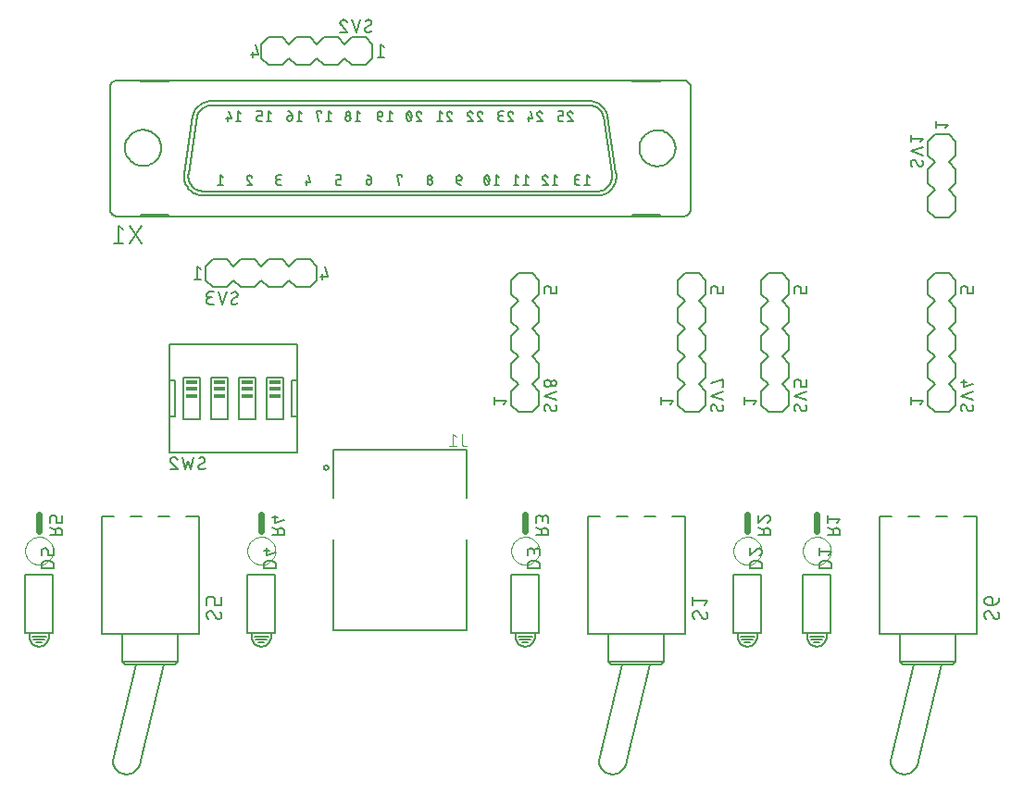
<source format=gbr>
G04 EAGLE Gerber RS-274X export*
G75*
%MOIN*%
%FSLAX34Y34*%
%LPD*%
%INSilkscreen Bottom*%
%IPPOS*%
%AMOC8*
5,1,8,0,0,1.08239X$1,22.5*%
G01*
%ADD10C,0.006000*%
%ADD11C,0.005000*%
%ADD12C,0.007874*%
%ADD13C,0.004000*%
%ADD14C,0.007000*%
%ADD15C,0.024000*%
%ADD16R,0.040000X0.015000*%


D10*
X34000Y50D02*
X34000Y2150D01*
X35000Y2150D01*
X35000Y50D01*
X34150Y50D02*
X34000Y50D01*
X34150Y-100D02*
X34152Y-137D01*
X34158Y-173D01*
X34167Y-208D01*
X34180Y-242D01*
X34197Y-275D01*
X34217Y-306D01*
X34240Y-334D01*
X34266Y-360D01*
X34294Y-383D01*
X34325Y-403D01*
X34358Y-420D01*
X34392Y-433D01*
X34427Y-442D01*
X34463Y-448D01*
X34500Y-450D01*
X34537Y-448D01*
X34573Y-442D01*
X34608Y-433D01*
X34642Y-420D01*
X34675Y-403D01*
X34706Y-383D01*
X34734Y-360D01*
X34760Y-334D01*
X34783Y-306D01*
X34803Y-275D01*
X34820Y-242D01*
X34833Y-208D01*
X34842Y-173D01*
X34848Y-137D01*
X34850Y-100D01*
X34850Y50D01*
X35000Y50D01*
X34150Y50D02*
X34150Y-100D01*
X34150Y50D02*
X34850Y50D01*
X34750Y-100D02*
X34250Y-100D01*
X34300Y-200D02*
X34700Y-200D01*
X34600Y-300D02*
X34400Y-300D01*
D11*
X34575Y2375D02*
X35025Y2375D01*
X35025Y2500D01*
X35023Y2520D01*
X35019Y2539D01*
X35011Y2557D01*
X35001Y2573D01*
X34988Y2588D01*
X34973Y2601D01*
X34957Y2611D01*
X34939Y2619D01*
X34920Y2623D01*
X34900Y2625D01*
X34700Y2625D01*
X34680Y2623D01*
X34661Y2619D01*
X34643Y2611D01*
X34627Y2601D01*
X34612Y2588D01*
X34599Y2573D01*
X34589Y2557D01*
X34581Y2539D01*
X34577Y2520D01*
X34575Y2500D01*
X34575Y2375D01*
X34925Y2840D02*
X35025Y2965D01*
X34575Y2965D01*
X34575Y2840D02*
X34575Y3090D01*
D10*
X31500Y2150D02*
X31500Y50D01*
X31500Y2150D02*
X32500Y2150D01*
X32500Y50D01*
X31650Y50D02*
X31500Y50D01*
X31650Y-100D02*
X31652Y-137D01*
X31658Y-173D01*
X31667Y-208D01*
X31680Y-242D01*
X31697Y-275D01*
X31717Y-306D01*
X31740Y-334D01*
X31766Y-360D01*
X31794Y-383D01*
X31825Y-403D01*
X31858Y-420D01*
X31892Y-433D01*
X31927Y-442D01*
X31963Y-448D01*
X32000Y-450D01*
X32037Y-448D01*
X32073Y-442D01*
X32108Y-433D01*
X32142Y-420D01*
X32175Y-403D01*
X32206Y-383D01*
X32234Y-360D01*
X32260Y-334D01*
X32283Y-306D01*
X32303Y-275D01*
X32320Y-242D01*
X32333Y-208D01*
X32342Y-173D01*
X32348Y-137D01*
X32350Y-100D01*
X32350Y50D01*
X32500Y50D01*
X31650Y50D02*
X31650Y-100D01*
X31650Y50D02*
X32350Y50D01*
X32250Y-100D02*
X31750Y-100D01*
X31800Y-200D02*
X32200Y-200D01*
X32100Y-300D02*
X31900Y-300D01*
D11*
X32075Y2375D02*
X32525Y2375D01*
X32525Y2500D01*
X32523Y2520D01*
X32519Y2539D01*
X32511Y2557D01*
X32501Y2573D01*
X32488Y2588D01*
X32473Y2601D01*
X32457Y2611D01*
X32439Y2619D01*
X32420Y2623D01*
X32400Y2625D01*
X32200Y2625D01*
X32180Y2623D01*
X32161Y2619D01*
X32143Y2611D01*
X32127Y2601D01*
X32112Y2588D01*
X32099Y2573D01*
X32089Y2557D01*
X32081Y2539D01*
X32077Y2520D01*
X32075Y2500D01*
X32075Y2375D01*
X32526Y2978D02*
X32524Y2998D01*
X32519Y3017D01*
X32511Y3035D01*
X32500Y3051D01*
X32486Y3065D01*
X32470Y3076D01*
X32452Y3084D01*
X32433Y3089D01*
X32413Y3091D01*
X32525Y2978D02*
X32523Y2955D01*
X32518Y2933D01*
X32509Y2912D01*
X32497Y2893D01*
X32482Y2875D01*
X32465Y2861D01*
X32446Y2849D01*
X32425Y2840D01*
X32325Y3052D02*
X32340Y3065D01*
X32356Y3076D01*
X32374Y3084D01*
X32393Y3088D01*
X32413Y3090D01*
X32325Y3053D02*
X32075Y2840D01*
X32075Y3090D01*
D10*
X23500Y2150D02*
X23500Y50D01*
X23500Y2150D02*
X24500Y2150D01*
X24500Y50D01*
X23650Y50D02*
X23500Y50D01*
X23650Y-100D02*
X23652Y-137D01*
X23658Y-173D01*
X23667Y-208D01*
X23680Y-242D01*
X23697Y-275D01*
X23717Y-306D01*
X23740Y-334D01*
X23766Y-360D01*
X23794Y-383D01*
X23825Y-403D01*
X23858Y-420D01*
X23892Y-433D01*
X23927Y-442D01*
X23963Y-448D01*
X24000Y-450D01*
X24037Y-448D01*
X24073Y-442D01*
X24108Y-433D01*
X24142Y-420D01*
X24175Y-403D01*
X24206Y-383D01*
X24234Y-360D01*
X24260Y-334D01*
X24283Y-306D01*
X24303Y-275D01*
X24320Y-242D01*
X24333Y-208D01*
X24342Y-173D01*
X24348Y-137D01*
X24350Y-100D01*
X24350Y50D01*
X24500Y50D01*
X23650Y50D02*
X23650Y-100D01*
X23650Y50D02*
X24350Y50D01*
X24250Y-100D02*
X23750Y-100D01*
X23800Y-200D02*
X24200Y-200D01*
X24100Y-300D02*
X23900Y-300D01*
D11*
X24075Y2375D02*
X24525Y2375D01*
X24525Y2500D01*
X24523Y2520D01*
X24519Y2539D01*
X24511Y2557D01*
X24501Y2573D01*
X24488Y2588D01*
X24473Y2601D01*
X24457Y2611D01*
X24439Y2619D01*
X24420Y2623D01*
X24400Y2625D01*
X24200Y2625D01*
X24180Y2623D01*
X24161Y2619D01*
X24143Y2611D01*
X24127Y2601D01*
X24112Y2588D01*
X24099Y2573D01*
X24089Y2557D01*
X24081Y2539D01*
X24077Y2520D01*
X24075Y2500D01*
X24075Y2375D01*
X24075Y2840D02*
X24075Y2965D01*
X24077Y2986D01*
X24082Y3006D01*
X24090Y3024D01*
X24101Y3042D01*
X24115Y3057D01*
X24132Y3070D01*
X24150Y3079D01*
X24169Y3086D01*
X24190Y3090D01*
X24210Y3090D01*
X24231Y3086D01*
X24250Y3079D01*
X24268Y3070D01*
X24285Y3057D01*
X24299Y3042D01*
X24310Y3024D01*
X24318Y3006D01*
X24323Y2986D01*
X24325Y2965D01*
X24525Y2990D02*
X24525Y2840D01*
X24525Y2990D02*
X24523Y3008D01*
X24518Y3026D01*
X24510Y3043D01*
X24499Y3057D01*
X24485Y3070D01*
X24470Y3080D01*
X24452Y3086D01*
X24434Y3090D01*
X24416Y3090D01*
X24398Y3086D01*
X24380Y3080D01*
X24365Y3070D01*
X24351Y3057D01*
X24340Y3043D01*
X24332Y3026D01*
X24327Y3008D01*
X24325Y2990D01*
X24325Y2890D01*
D10*
X14000Y2150D02*
X14000Y50D01*
X14000Y2150D02*
X15000Y2150D01*
X15000Y50D01*
X14150Y50D02*
X14000Y50D01*
X14150Y-100D02*
X14152Y-137D01*
X14158Y-173D01*
X14167Y-208D01*
X14180Y-242D01*
X14197Y-275D01*
X14217Y-306D01*
X14240Y-334D01*
X14266Y-360D01*
X14294Y-383D01*
X14325Y-403D01*
X14358Y-420D01*
X14392Y-433D01*
X14427Y-442D01*
X14463Y-448D01*
X14500Y-450D01*
X14537Y-448D01*
X14573Y-442D01*
X14608Y-433D01*
X14642Y-420D01*
X14675Y-403D01*
X14706Y-383D01*
X14734Y-360D01*
X14760Y-334D01*
X14783Y-306D01*
X14803Y-275D01*
X14820Y-242D01*
X14833Y-208D01*
X14842Y-173D01*
X14848Y-137D01*
X14850Y-100D01*
X14850Y50D01*
X15000Y50D01*
X14150Y50D02*
X14150Y-100D01*
X14150Y50D02*
X14850Y50D01*
X14750Y-100D02*
X14250Y-100D01*
X14300Y-200D02*
X14700Y-200D01*
X14600Y-300D02*
X14400Y-300D01*
D11*
X14575Y2375D02*
X15025Y2375D01*
X15025Y2500D01*
X15023Y2520D01*
X15019Y2539D01*
X15011Y2557D01*
X15001Y2573D01*
X14988Y2588D01*
X14973Y2601D01*
X14957Y2611D01*
X14939Y2619D01*
X14920Y2623D01*
X14900Y2625D01*
X14700Y2625D01*
X14680Y2623D01*
X14661Y2619D01*
X14643Y2611D01*
X14627Y2601D01*
X14612Y2588D01*
X14599Y2573D01*
X14589Y2557D01*
X14581Y2539D01*
X14577Y2520D01*
X14575Y2500D01*
X14575Y2375D01*
X14675Y2840D02*
X15025Y2940D01*
X14675Y2840D02*
X14675Y3090D01*
X14775Y3015D02*
X14575Y3015D01*
D10*
X6000Y2150D02*
X6000Y50D01*
X6000Y2150D02*
X7000Y2150D01*
X7000Y50D01*
X6150Y50D02*
X6000Y50D01*
X6150Y-100D02*
X6152Y-137D01*
X6158Y-173D01*
X6167Y-208D01*
X6180Y-242D01*
X6197Y-275D01*
X6217Y-306D01*
X6240Y-334D01*
X6266Y-360D01*
X6294Y-383D01*
X6325Y-403D01*
X6358Y-420D01*
X6392Y-433D01*
X6427Y-442D01*
X6463Y-448D01*
X6500Y-450D01*
X6537Y-448D01*
X6573Y-442D01*
X6608Y-433D01*
X6642Y-420D01*
X6675Y-403D01*
X6706Y-383D01*
X6734Y-360D01*
X6760Y-334D01*
X6783Y-306D01*
X6803Y-275D01*
X6820Y-242D01*
X6833Y-208D01*
X6842Y-173D01*
X6848Y-137D01*
X6850Y-100D01*
X6850Y50D01*
X7000Y50D01*
X6150Y50D02*
X6150Y-100D01*
X6150Y50D02*
X6850Y50D01*
X6750Y-100D02*
X6250Y-100D01*
X6300Y-200D02*
X6700Y-200D01*
X6600Y-300D02*
X6400Y-300D01*
D11*
X6575Y2375D02*
X7025Y2375D01*
X7025Y2500D01*
X7023Y2520D01*
X7019Y2539D01*
X7011Y2557D01*
X7001Y2573D01*
X6988Y2588D01*
X6973Y2601D01*
X6957Y2611D01*
X6939Y2619D01*
X6920Y2623D01*
X6900Y2625D01*
X6700Y2625D01*
X6680Y2623D01*
X6661Y2619D01*
X6643Y2611D01*
X6627Y2601D01*
X6612Y2588D01*
X6599Y2573D01*
X6589Y2557D01*
X6581Y2539D01*
X6577Y2520D01*
X6575Y2500D01*
X6575Y2375D01*
X6575Y2840D02*
X6575Y2990D01*
X6577Y3007D01*
X6581Y3024D01*
X6588Y3040D01*
X6598Y3054D01*
X6611Y3067D01*
X6625Y3077D01*
X6641Y3084D01*
X6658Y3088D01*
X6675Y3090D01*
X6725Y3090D01*
X6742Y3088D01*
X6759Y3084D01*
X6775Y3077D01*
X6789Y3067D01*
X6802Y3054D01*
X6812Y3040D01*
X6819Y3024D01*
X6823Y3007D01*
X6825Y2990D01*
X6825Y2840D01*
X7025Y2840D01*
X7025Y3090D01*
X21894Y4921D02*
X21894Y6642D01*
X17091Y6642D01*
X17091Y4921D01*
X21894Y3398D02*
X21894Y146D01*
X17091Y146D01*
X17091Y3398D01*
D12*
X16756Y6000D02*
X16758Y6018D01*
X16764Y6034D01*
X16773Y6049D01*
X16786Y6062D01*
X16801Y6071D01*
X16817Y6077D01*
X16835Y6079D01*
X16853Y6077D01*
X16869Y6071D01*
X16884Y6062D01*
X16897Y6049D01*
X16906Y6034D01*
X16912Y6018D01*
X16914Y6000D01*
X16912Y5982D01*
X16906Y5966D01*
X16897Y5951D01*
X16884Y5938D01*
X16869Y5929D01*
X16853Y5923D01*
X16835Y5921D01*
X16817Y5923D01*
X16801Y5929D01*
X16786Y5938D01*
X16773Y5951D01*
X16764Y5966D01*
X16758Y5982D01*
X16756Y6000D01*
D13*
X21723Y6863D02*
X21723Y7221D01*
X21724Y6863D02*
X21726Y6845D01*
X21730Y6828D01*
X21738Y6812D01*
X21748Y6797D01*
X21760Y6785D01*
X21775Y6775D01*
X21791Y6767D01*
X21808Y6763D01*
X21826Y6761D01*
X21877Y6761D01*
X21515Y7119D02*
X21388Y7221D01*
X21388Y6761D01*
X21515Y6761D02*
X21260Y6761D01*
D10*
X26250Y4250D02*
X26250Y0D01*
X29750Y0D02*
X29750Y4250D01*
X27500Y-1100D02*
X27100Y-1100D01*
X29000Y0D02*
X29750Y0D01*
X28500Y-1100D02*
X27650Y-4550D01*
X28500Y-1100D02*
X28900Y-1100D01*
X27500Y-1100D02*
X26650Y-4550D01*
X27500Y-1100D02*
X28500Y-1100D01*
X27650Y-4550D02*
X27648Y-4594D01*
X27642Y-4637D01*
X27633Y-4679D01*
X27620Y-4721D01*
X27603Y-4761D01*
X27583Y-4800D01*
X27560Y-4837D01*
X27533Y-4871D01*
X27504Y-4904D01*
X27471Y-4933D01*
X27437Y-4960D01*
X27400Y-4983D01*
X27361Y-5003D01*
X27321Y-5020D01*
X27279Y-5033D01*
X27237Y-5042D01*
X27194Y-5048D01*
X27150Y-5050D01*
X27106Y-5048D01*
X27063Y-5042D01*
X27021Y-5033D01*
X26979Y-5020D01*
X26939Y-5003D01*
X26900Y-4983D01*
X26863Y-4960D01*
X26829Y-4933D01*
X26796Y-4904D01*
X26767Y-4871D01*
X26740Y-4837D01*
X26717Y-4800D01*
X26697Y-4761D01*
X26680Y-4721D01*
X26667Y-4679D01*
X26658Y-4637D01*
X26652Y-4594D01*
X26650Y-4550D01*
X27100Y-1100D02*
X27000Y-1000D01*
X27000Y0D01*
X26250Y0D01*
X28900Y-1100D02*
X29000Y-1000D01*
X29000Y0D01*
X27000Y0D01*
X27000Y-1000D02*
X29000Y-1000D01*
X26700Y4250D02*
X26250Y4250D01*
X27300Y4250D02*
X27700Y4250D01*
X28300Y4250D02*
X28700Y4250D01*
X29300Y4250D02*
X29750Y4250D01*
X30150Y830D02*
X30129Y828D01*
X30109Y823D01*
X30090Y814D01*
X30073Y802D01*
X30058Y787D01*
X30046Y770D01*
X30037Y751D01*
X30032Y731D01*
X30030Y710D01*
X30032Y681D01*
X30036Y653D01*
X30044Y626D01*
X30055Y599D01*
X30069Y574D01*
X30086Y551D01*
X30105Y530D01*
X30450Y545D02*
X30471Y547D01*
X30491Y552D01*
X30510Y561D01*
X30527Y573D01*
X30542Y588D01*
X30554Y605D01*
X30563Y624D01*
X30568Y644D01*
X30570Y665D01*
X30568Y694D01*
X30563Y722D01*
X30553Y750D01*
X30541Y776D01*
X30525Y800D01*
X30345Y605D02*
X30357Y588D01*
X30372Y573D01*
X30389Y561D01*
X30409Y552D01*
X30429Y547D01*
X30450Y545D01*
X30255Y770D02*
X30243Y787D01*
X30228Y802D01*
X30211Y814D01*
X30191Y823D01*
X30171Y828D01*
X30150Y830D01*
X30255Y770D02*
X30345Y605D01*
X30450Y1051D02*
X30570Y1201D01*
X30030Y1201D01*
X30030Y1051D02*
X30030Y1351D01*
X8750Y0D02*
X8750Y4250D01*
X12250Y4250D02*
X12250Y0D01*
X10000Y-1100D02*
X9600Y-1100D01*
X11500Y0D02*
X12250Y0D01*
X11000Y-1100D02*
X10150Y-4550D01*
X11000Y-1100D02*
X11400Y-1100D01*
X10000Y-1100D02*
X9150Y-4550D01*
X10000Y-1100D02*
X11000Y-1100D01*
X10150Y-4550D02*
X10148Y-4594D01*
X10142Y-4637D01*
X10133Y-4679D01*
X10120Y-4721D01*
X10103Y-4761D01*
X10083Y-4800D01*
X10060Y-4837D01*
X10033Y-4871D01*
X10004Y-4904D01*
X9971Y-4933D01*
X9937Y-4960D01*
X9900Y-4983D01*
X9861Y-5003D01*
X9821Y-5020D01*
X9779Y-5033D01*
X9737Y-5042D01*
X9694Y-5048D01*
X9650Y-5050D01*
X9606Y-5048D01*
X9563Y-5042D01*
X9521Y-5033D01*
X9479Y-5020D01*
X9439Y-5003D01*
X9400Y-4983D01*
X9363Y-4960D01*
X9329Y-4933D01*
X9296Y-4904D01*
X9267Y-4871D01*
X9240Y-4837D01*
X9217Y-4800D01*
X9197Y-4761D01*
X9180Y-4721D01*
X9167Y-4679D01*
X9158Y-4637D01*
X9152Y-4594D01*
X9150Y-4550D01*
X9600Y-1100D02*
X9500Y-1000D01*
X9500Y0D01*
X8750Y0D01*
X11400Y-1100D02*
X11500Y-1000D01*
X11500Y0D01*
X9500Y0D01*
X9500Y-1000D02*
X11500Y-1000D01*
X9200Y4250D02*
X8750Y4250D01*
X9800Y4250D02*
X10200Y4250D01*
X11800Y4250D02*
X12250Y4250D01*
X11200Y4250D02*
X10800Y4250D01*
X12650Y830D02*
X12629Y828D01*
X12609Y823D01*
X12590Y814D01*
X12573Y802D01*
X12558Y787D01*
X12546Y770D01*
X12537Y751D01*
X12532Y731D01*
X12530Y710D01*
X12532Y681D01*
X12536Y653D01*
X12544Y626D01*
X12555Y599D01*
X12569Y574D01*
X12586Y551D01*
X12605Y530D01*
X12950Y545D02*
X12971Y547D01*
X12991Y552D01*
X13010Y561D01*
X13027Y573D01*
X13042Y588D01*
X13054Y605D01*
X13063Y624D01*
X13068Y644D01*
X13070Y665D01*
X13068Y694D01*
X13063Y722D01*
X13053Y750D01*
X13041Y776D01*
X13025Y800D01*
X12845Y605D02*
X12857Y588D01*
X12872Y573D01*
X12889Y561D01*
X12909Y552D01*
X12929Y547D01*
X12950Y545D01*
X12755Y770D02*
X12743Y787D01*
X12728Y802D01*
X12711Y814D01*
X12691Y823D01*
X12671Y828D01*
X12650Y830D01*
X12755Y770D02*
X12845Y605D01*
X12530Y1051D02*
X12530Y1231D01*
X12532Y1252D01*
X12537Y1272D01*
X12546Y1291D01*
X12558Y1308D01*
X12573Y1323D01*
X12590Y1335D01*
X12609Y1344D01*
X12629Y1349D01*
X12650Y1351D01*
X12710Y1351D01*
X12731Y1349D01*
X12751Y1344D01*
X12770Y1335D01*
X12787Y1323D01*
X12802Y1308D01*
X12814Y1291D01*
X12823Y1272D01*
X12828Y1252D01*
X12830Y1231D01*
X12830Y1051D01*
X13070Y1051D01*
X13070Y1351D01*
X36750Y0D02*
X36750Y4250D01*
X40250Y4250D02*
X40250Y0D01*
X38000Y-1100D02*
X37600Y-1100D01*
X39500Y0D02*
X40250Y0D01*
X39000Y-1100D02*
X38150Y-4550D01*
X39000Y-1100D02*
X39400Y-1100D01*
X38000Y-1100D02*
X37150Y-4550D01*
X38000Y-1100D02*
X39000Y-1100D01*
X38150Y-4550D02*
X38148Y-4594D01*
X38142Y-4637D01*
X38133Y-4679D01*
X38120Y-4721D01*
X38103Y-4761D01*
X38083Y-4800D01*
X38060Y-4837D01*
X38033Y-4871D01*
X38004Y-4904D01*
X37971Y-4933D01*
X37937Y-4960D01*
X37900Y-4983D01*
X37861Y-5003D01*
X37821Y-5020D01*
X37779Y-5033D01*
X37737Y-5042D01*
X37694Y-5048D01*
X37650Y-5050D01*
X37606Y-5048D01*
X37563Y-5042D01*
X37521Y-5033D01*
X37479Y-5020D01*
X37439Y-5003D01*
X37400Y-4983D01*
X37363Y-4960D01*
X37329Y-4933D01*
X37296Y-4904D01*
X37267Y-4871D01*
X37240Y-4837D01*
X37217Y-4800D01*
X37197Y-4761D01*
X37180Y-4721D01*
X37167Y-4679D01*
X37158Y-4637D01*
X37152Y-4594D01*
X37150Y-4550D01*
X37600Y-1100D02*
X37500Y-1000D01*
X37500Y0D01*
X36750Y0D01*
X39400Y-1100D02*
X39500Y-1000D01*
X39500Y0D01*
X37500Y0D01*
X37500Y-1000D02*
X39500Y-1000D01*
X37200Y4250D02*
X36750Y4250D01*
X37800Y4250D02*
X38200Y4250D01*
X39800Y4250D02*
X40250Y4250D01*
X39200Y4250D02*
X38800Y4250D01*
X40650Y830D02*
X40629Y828D01*
X40609Y823D01*
X40590Y814D01*
X40573Y802D01*
X40558Y787D01*
X40546Y770D01*
X40537Y751D01*
X40532Y731D01*
X40530Y710D01*
X40532Y681D01*
X40536Y653D01*
X40544Y626D01*
X40555Y599D01*
X40569Y574D01*
X40586Y551D01*
X40605Y530D01*
X40950Y545D02*
X40971Y547D01*
X40991Y552D01*
X41010Y561D01*
X41027Y573D01*
X41042Y588D01*
X41054Y605D01*
X41063Y624D01*
X41068Y644D01*
X41070Y665D01*
X41068Y694D01*
X41063Y722D01*
X41053Y750D01*
X41041Y776D01*
X41025Y800D01*
X40845Y605D02*
X40857Y588D01*
X40872Y573D01*
X40889Y561D01*
X40909Y552D01*
X40929Y547D01*
X40950Y545D01*
X40755Y770D02*
X40743Y787D01*
X40728Y802D01*
X40711Y814D01*
X40691Y823D01*
X40671Y828D01*
X40650Y830D01*
X40755Y770D02*
X40845Y605D01*
X40830Y1051D02*
X40830Y1231D01*
X40828Y1252D01*
X40823Y1272D01*
X40814Y1291D01*
X40802Y1308D01*
X40787Y1323D01*
X40770Y1335D01*
X40751Y1344D01*
X40731Y1349D01*
X40710Y1351D01*
X40680Y1351D01*
X40657Y1349D01*
X40634Y1344D01*
X40612Y1335D01*
X40592Y1322D01*
X40574Y1307D01*
X40559Y1289D01*
X40546Y1269D01*
X40537Y1247D01*
X40532Y1224D01*
X40530Y1201D01*
X40532Y1178D01*
X40537Y1155D01*
X40546Y1133D01*
X40559Y1113D01*
X40574Y1095D01*
X40592Y1080D01*
X40612Y1067D01*
X40634Y1058D01*
X40657Y1053D01*
X40680Y1051D01*
X40830Y1051D01*
X40859Y1053D01*
X40887Y1058D01*
X40915Y1067D01*
X40942Y1078D01*
X40966Y1093D01*
X40989Y1111D01*
X41010Y1132D01*
X41028Y1155D01*
X41043Y1179D01*
X41054Y1206D01*
X41063Y1234D01*
X41068Y1262D01*
X41070Y1291D01*
X38500Y17250D02*
X38500Y17750D01*
X38500Y17250D02*
X38750Y17000D01*
X39250Y17000D02*
X39500Y17250D01*
X38750Y17000D02*
X38500Y16750D01*
X38500Y16250D01*
X38750Y16000D01*
X39250Y16000D02*
X39500Y16250D01*
X39500Y16750D01*
X39250Y17000D01*
X39250Y18000D02*
X38750Y18000D01*
X38500Y17750D01*
X39250Y18000D02*
X39500Y17750D01*
X39500Y17250D01*
X38750Y16000D02*
X38500Y15750D01*
X38500Y15250D01*
X38750Y15000D01*
X39250Y15000D02*
X39500Y15250D01*
X39500Y15750D01*
X39250Y16000D01*
X39250Y15000D02*
X38750Y15000D01*
D11*
X39125Y18225D02*
X39225Y18350D01*
X38775Y18350D01*
X38775Y18225D02*
X38775Y18475D01*
X37975Y17090D02*
X37958Y17088D01*
X37941Y17084D01*
X37925Y17077D01*
X37911Y17067D01*
X37898Y17054D01*
X37888Y17040D01*
X37881Y17024D01*
X37877Y17007D01*
X37875Y16990D01*
X37877Y16962D01*
X37882Y16935D01*
X37891Y16909D01*
X37904Y16884D01*
X37919Y16861D01*
X37937Y16840D01*
X38225Y16853D02*
X38242Y16855D01*
X38259Y16859D01*
X38275Y16866D01*
X38289Y16876D01*
X38302Y16889D01*
X38312Y16903D01*
X38319Y16919D01*
X38323Y16936D01*
X38325Y16953D01*
X38326Y16953D02*
X38324Y16977D01*
X38320Y17001D01*
X38312Y17024D01*
X38302Y17046D01*
X38288Y17066D01*
X38137Y16902D02*
X38147Y16888D01*
X38160Y16875D01*
X38174Y16865D01*
X38190Y16858D01*
X38207Y16854D01*
X38225Y16852D01*
X38063Y17040D02*
X38053Y17054D01*
X38040Y17067D01*
X38026Y17077D01*
X38010Y17084D01*
X37993Y17088D01*
X37975Y17090D01*
X38063Y17040D02*
X38138Y16903D01*
X38325Y17250D02*
X37875Y17400D01*
X38325Y17550D01*
X38225Y17725D02*
X38325Y17850D01*
X37875Y17850D01*
X37875Y17725D02*
X37875Y17975D01*
D10*
X18250Y21500D02*
X17750Y21500D01*
X17500Y21250D01*
X17500Y20750D02*
X17750Y20500D01*
X17500Y21250D02*
X17250Y21500D01*
X16750Y21500D01*
X16500Y21250D01*
X16500Y20750D02*
X16750Y20500D01*
X17250Y20500D01*
X17500Y20750D01*
X18500Y20750D02*
X18500Y21250D01*
X18250Y21500D01*
X18500Y20750D02*
X18250Y20500D01*
X17750Y20500D01*
X16500Y21250D02*
X16250Y21500D01*
X15750Y21500D01*
X15500Y21250D01*
X15500Y20750D02*
X15750Y20500D01*
X16250Y20500D01*
X16500Y20750D01*
X15250Y21500D02*
X14750Y21500D01*
X14500Y21250D01*
X14500Y20750D01*
X14750Y20500D01*
X15500Y21250D02*
X15250Y21500D01*
X15500Y20750D02*
X15250Y20500D01*
X14750Y20500D01*
D11*
X18800Y21225D02*
X18925Y21125D01*
X18800Y21225D02*
X18800Y20775D01*
X18925Y20775D02*
X18675Y20775D01*
X14375Y20875D02*
X14275Y21225D01*
X14375Y20875D02*
X14125Y20875D01*
X14200Y20975D02*
X14200Y20775D01*
X18225Y21775D02*
X18227Y21758D01*
X18231Y21741D01*
X18238Y21725D01*
X18248Y21711D01*
X18261Y21698D01*
X18275Y21688D01*
X18291Y21681D01*
X18308Y21677D01*
X18325Y21675D01*
X18353Y21677D01*
X18380Y21682D01*
X18406Y21691D01*
X18431Y21704D01*
X18454Y21719D01*
X18475Y21737D01*
X18463Y22025D02*
X18461Y22042D01*
X18457Y22059D01*
X18450Y22075D01*
X18440Y22089D01*
X18427Y22102D01*
X18413Y22112D01*
X18397Y22119D01*
X18380Y22123D01*
X18363Y22125D01*
X18363Y22126D02*
X18339Y22124D01*
X18315Y22120D01*
X18292Y22112D01*
X18270Y22102D01*
X18250Y22088D01*
X18413Y21937D02*
X18427Y21947D01*
X18440Y21960D01*
X18450Y21974D01*
X18457Y21990D01*
X18461Y22007D01*
X18463Y22025D01*
X18275Y21863D02*
X18261Y21853D01*
X18248Y21840D01*
X18238Y21826D01*
X18231Y21810D01*
X18227Y21793D01*
X18225Y21775D01*
X18275Y21863D02*
X18413Y21938D01*
X18065Y22125D02*
X17915Y21675D01*
X17765Y22125D01*
X17453Y22126D02*
X17433Y22124D01*
X17414Y22119D01*
X17397Y22111D01*
X17380Y22100D01*
X17366Y22086D01*
X17355Y22070D01*
X17347Y22052D01*
X17342Y22033D01*
X17340Y22013D01*
X17453Y22125D02*
X17476Y22123D01*
X17498Y22118D01*
X17519Y22109D01*
X17538Y22097D01*
X17556Y22082D01*
X17570Y22065D01*
X17582Y22046D01*
X17591Y22025D01*
X17378Y21925D02*
X17365Y21940D01*
X17354Y21956D01*
X17346Y21974D01*
X17342Y21993D01*
X17340Y22013D01*
X17378Y21925D02*
X17590Y21675D01*
X17340Y21675D01*
D10*
X13250Y12500D02*
X12750Y12500D01*
X13250Y12500D02*
X13500Y12750D01*
X13500Y13250D02*
X13250Y13500D01*
X13500Y12750D02*
X13750Y12500D01*
X14250Y12500D01*
X14500Y12750D01*
X14500Y13250D02*
X14250Y13500D01*
X13750Y13500D01*
X13500Y13250D01*
X12500Y13250D02*
X12500Y12750D01*
X12750Y12500D01*
X12500Y13250D02*
X12750Y13500D01*
X13250Y13500D01*
X14500Y12750D02*
X14750Y12500D01*
X15250Y12500D01*
X15500Y12750D01*
X15500Y13250D02*
X15250Y13500D01*
X14750Y13500D01*
X14500Y13250D01*
X15750Y12500D02*
X16250Y12500D01*
X16500Y12750D01*
X16500Y13250D01*
X16250Y13500D01*
X15500Y12750D02*
X15750Y12500D01*
X15500Y13250D02*
X15750Y13500D01*
X16250Y13500D01*
D11*
X12325Y13125D02*
X12200Y13225D01*
X12200Y12775D01*
X12325Y12775D02*
X12075Y12775D01*
X16775Y13225D02*
X16875Y12875D01*
X16625Y12875D01*
X16700Y12975D02*
X16700Y12775D01*
X13510Y11875D02*
X13493Y11877D01*
X13476Y11881D01*
X13460Y11888D01*
X13446Y11898D01*
X13433Y11911D01*
X13423Y11925D01*
X13416Y11941D01*
X13412Y11958D01*
X13410Y11975D01*
X13510Y11875D02*
X13538Y11877D01*
X13565Y11882D01*
X13591Y11891D01*
X13616Y11904D01*
X13639Y11919D01*
X13660Y11937D01*
X13648Y12225D02*
X13646Y12242D01*
X13642Y12259D01*
X13635Y12275D01*
X13625Y12289D01*
X13612Y12302D01*
X13598Y12312D01*
X13582Y12319D01*
X13565Y12323D01*
X13548Y12325D01*
X13548Y12326D02*
X13524Y12324D01*
X13500Y12320D01*
X13477Y12312D01*
X13455Y12302D01*
X13435Y12288D01*
X13598Y12137D02*
X13612Y12147D01*
X13625Y12160D01*
X13635Y12174D01*
X13642Y12190D01*
X13646Y12207D01*
X13648Y12225D01*
X13460Y12063D02*
X13446Y12053D01*
X13433Y12040D01*
X13423Y12026D01*
X13416Y12010D01*
X13412Y11993D01*
X13410Y11975D01*
X13460Y12063D02*
X13598Y12138D01*
X13250Y12325D02*
X13100Y11875D01*
X12950Y12325D01*
X12775Y11875D02*
X12650Y11875D01*
X12629Y11877D01*
X12609Y11882D01*
X12591Y11890D01*
X12573Y11901D01*
X12558Y11915D01*
X12545Y11932D01*
X12536Y11950D01*
X12529Y11969D01*
X12525Y11990D01*
X12525Y12010D01*
X12529Y12031D01*
X12536Y12050D01*
X12545Y12068D01*
X12558Y12085D01*
X12573Y12099D01*
X12591Y12110D01*
X12609Y12118D01*
X12629Y12123D01*
X12650Y12125D01*
X12625Y12325D02*
X12775Y12325D01*
X12625Y12325D02*
X12607Y12323D01*
X12589Y12318D01*
X12572Y12310D01*
X12558Y12299D01*
X12545Y12285D01*
X12535Y12270D01*
X12529Y12252D01*
X12525Y12234D01*
X12525Y12216D01*
X12529Y12198D01*
X12535Y12180D01*
X12545Y12165D01*
X12558Y12151D01*
X12572Y12140D01*
X12589Y12132D01*
X12607Y12127D01*
X12625Y12125D01*
X12725Y12125D01*
D10*
X11880Y16580D02*
X12190Y18660D01*
X26300Y19050D02*
X26344Y19048D01*
X26388Y19043D01*
X26431Y19033D01*
X26474Y19021D01*
X26515Y19004D01*
X26554Y18985D01*
X26592Y18962D01*
X26628Y18936D01*
X26662Y18907D01*
X26693Y18876D01*
X26721Y18842D01*
X26746Y18806D01*
X26769Y18768D01*
X26788Y18728D01*
X26803Y18686D01*
X26815Y18644D01*
X27118Y16593D02*
X27126Y16549D01*
X27129Y16504D01*
X27130Y16459D01*
X27126Y16414D01*
X27118Y16369D01*
X27107Y16326D01*
X27092Y16283D01*
X27074Y16242D01*
X27052Y16203D01*
X27027Y16165D01*
X26998Y16130D01*
X26967Y16098D01*
X26933Y16068D01*
X26897Y16041D01*
X26859Y16017D01*
X26819Y15997D01*
X26777Y15980D01*
X26734Y15967D01*
X26690Y15958D01*
X26645Y15952D01*
X26600Y15950D01*
X27120Y16590D02*
X26810Y18650D01*
X26600Y15950D02*
X12400Y15950D01*
X12355Y15952D01*
X12311Y15957D01*
X12268Y15967D01*
X12225Y15980D01*
X12183Y15996D01*
X12143Y16016D01*
X12105Y16039D01*
X12069Y16066D01*
X12036Y16095D01*
X12005Y16127D01*
X11976Y16162D01*
X11951Y16198D01*
X11929Y16237D01*
X11910Y16278D01*
X11895Y16319D01*
X11883Y16362D01*
X11875Y16406D01*
X11871Y16451D01*
X11870Y16495D01*
X11873Y16540D01*
X11880Y16584D01*
X12187Y18653D02*
X12200Y18695D01*
X12216Y18736D01*
X12235Y18775D01*
X12258Y18812D01*
X12283Y18847D01*
X12311Y18880D01*
X12342Y18911D01*
X12376Y18939D01*
X12411Y18964D01*
X12449Y18987D01*
X12488Y19006D01*
X12529Y19022D01*
X12571Y19034D01*
X12613Y19043D01*
X12656Y19048D01*
X12700Y19050D01*
X26300Y19050D01*
X10150Y19900D02*
X10150Y19950D01*
X11150Y19950D01*
X11150Y19900D02*
X10150Y19900D01*
X11150Y19900D02*
X11150Y19950D01*
X27850Y19950D01*
X10150Y19950D02*
X9300Y19950D01*
X9270Y19948D01*
X9240Y19943D01*
X9211Y19934D01*
X9184Y19921D01*
X9158Y19906D01*
X9134Y19887D01*
X9113Y19866D01*
X9094Y19842D01*
X9079Y19816D01*
X9066Y19789D01*
X9057Y19760D01*
X9052Y19730D01*
X9050Y19700D01*
X29700Y19950D02*
X29730Y19948D01*
X29760Y19943D01*
X29789Y19934D01*
X29816Y19921D01*
X29842Y19906D01*
X29866Y19887D01*
X29887Y19866D01*
X29906Y19842D01*
X29921Y19816D01*
X29934Y19789D01*
X29943Y19760D01*
X29948Y19730D01*
X29950Y19700D01*
X29700Y15050D02*
X28850Y15050D01*
X29950Y15300D02*
X29950Y19700D01*
X29950Y15300D02*
X29948Y15270D01*
X29943Y15240D01*
X29934Y15211D01*
X29921Y15184D01*
X29906Y15158D01*
X29887Y15134D01*
X29866Y15113D01*
X29842Y15094D01*
X29816Y15079D01*
X29789Y15066D01*
X29760Y15057D01*
X29730Y15052D01*
X29700Y15050D01*
X9050Y15300D02*
X9050Y19700D01*
X9050Y15300D02*
X9052Y15270D01*
X9057Y15240D01*
X9066Y15211D01*
X9079Y15184D01*
X9094Y15158D01*
X9113Y15134D01*
X9134Y15113D01*
X9158Y15094D01*
X9184Y15079D01*
X9211Y15066D01*
X9240Y15057D01*
X9270Y15052D01*
X9300Y15050D01*
X27850Y19900D02*
X27850Y19950D01*
X28850Y19950D01*
X28850Y19900D02*
X27850Y19900D01*
X28850Y19900D02*
X28850Y19950D01*
X29700Y19950D01*
X27850Y15100D02*
X27850Y15050D01*
X11150Y15050D01*
X27850Y15100D02*
X28850Y15100D01*
X28850Y15050D01*
X27850Y15050D01*
X10150Y15050D02*
X10150Y15100D01*
X10150Y15050D02*
X9300Y15050D01*
X10150Y15100D02*
X11150Y15100D01*
X11150Y15050D01*
X10150Y15050D01*
X12400Y15800D02*
X26600Y15800D01*
X27270Y16590D02*
X26970Y18630D01*
X27267Y16613D02*
X27275Y16564D01*
X27279Y16514D01*
X27280Y16464D01*
X27277Y16414D01*
X27270Y16364D01*
X27260Y16315D01*
X27246Y16267D01*
X27228Y16220D01*
X27208Y16175D01*
X27183Y16131D01*
X27156Y16089D01*
X27126Y16049D01*
X27093Y16011D01*
X27057Y15976D01*
X27019Y15944D01*
X26978Y15915D01*
X26935Y15888D01*
X26891Y15865D01*
X26845Y15846D01*
X26797Y15829D01*
X26749Y15817D01*
X26700Y15807D01*
X26650Y15802D01*
X26600Y15800D01*
X12040Y18660D02*
X11730Y16580D01*
X11733Y16613D02*
X11725Y16564D01*
X11721Y16514D01*
X11720Y16464D01*
X11723Y16414D01*
X11730Y16364D01*
X11740Y16315D01*
X11754Y16267D01*
X11772Y16220D01*
X11792Y16175D01*
X11817Y16131D01*
X11844Y16089D01*
X11874Y16049D01*
X11907Y16011D01*
X11943Y15976D01*
X11981Y15944D01*
X12022Y15915D01*
X12065Y15888D01*
X12109Y15865D01*
X12155Y15846D01*
X12202Y15829D01*
X12251Y15817D01*
X12300Y15807D01*
X12350Y15802D01*
X12400Y15800D01*
X12700Y19200D02*
X26300Y19200D01*
X12700Y19200D02*
X12649Y19198D01*
X12597Y19192D01*
X12547Y19183D01*
X12497Y19169D01*
X12449Y19152D01*
X12402Y19131D01*
X12356Y19107D01*
X12313Y19079D01*
X12272Y19048D01*
X12233Y19014D01*
X12197Y18978D01*
X12164Y18938D01*
X12134Y18896D01*
X12107Y18853D01*
X12083Y18807D01*
X12064Y18759D01*
X12047Y18711D01*
X12035Y18661D01*
X12026Y18610D01*
X26300Y19200D02*
X26352Y19198D01*
X26403Y19192D01*
X26453Y19182D01*
X26503Y19169D01*
X26552Y19152D01*
X26599Y19131D01*
X26644Y19106D01*
X26688Y19079D01*
X26729Y19048D01*
X26768Y19014D01*
X26804Y18977D01*
X26837Y18937D01*
X26867Y18896D01*
X26894Y18852D01*
X26917Y18806D01*
X26937Y18758D01*
X26953Y18709D01*
X26966Y18659D01*
X26974Y18608D01*
X26979Y18557D01*
X9590Y17510D02*
X9592Y17560D01*
X9598Y17610D01*
X9608Y17660D01*
X9621Y17708D01*
X9638Y17756D01*
X9659Y17802D01*
X9683Y17846D01*
X9711Y17888D01*
X9742Y17928D01*
X9776Y17965D01*
X9813Y18000D01*
X9852Y18031D01*
X9893Y18060D01*
X9937Y18085D01*
X9983Y18107D01*
X10030Y18125D01*
X10078Y18139D01*
X10127Y18150D01*
X10177Y18157D01*
X10227Y18160D01*
X10278Y18159D01*
X10328Y18154D01*
X10378Y18145D01*
X10426Y18133D01*
X10474Y18116D01*
X10520Y18096D01*
X10565Y18073D01*
X10608Y18046D01*
X10648Y18016D01*
X10686Y17983D01*
X10721Y17947D01*
X10754Y17908D01*
X10783Y17867D01*
X10809Y17824D01*
X10832Y17779D01*
X10851Y17732D01*
X10866Y17684D01*
X10878Y17635D01*
X10886Y17585D01*
X10890Y17535D01*
X10890Y17485D01*
X10886Y17435D01*
X10878Y17385D01*
X10866Y17336D01*
X10851Y17288D01*
X10832Y17241D01*
X10809Y17196D01*
X10783Y17153D01*
X10754Y17112D01*
X10721Y17073D01*
X10686Y17037D01*
X10648Y17004D01*
X10608Y16974D01*
X10565Y16947D01*
X10520Y16924D01*
X10474Y16904D01*
X10426Y16887D01*
X10378Y16875D01*
X10328Y16866D01*
X10278Y16861D01*
X10227Y16860D01*
X10177Y16863D01*
X10127Y16870D01*
X10078Y16881D01*
X10030Y16895D01*
X9983Y16913D01*
X9937Y16935D01*
X9893Y16960D01*
X9852Y16989D01*
X9813Y17020D01*
X9776Y17055D01*
X9742Y17092D01*
X9711Y17132D01*
X9683Y17174D01*
X9659Y17218D01*
X9638Y17264D01*
X9621Y17312D01*
X9608Y17360D01*
X9598Y17410D01*
X9592Y17460D01*
X9590Y17510D01*
X28110Y17500D02*
X28112Y17550D01*
X28118Y17600D01*
X28128Y17650D01*
X28141Y17698D01*
X28158Y17746D01*
X28179Y17792D01*
X28203Y17836D01*
X28231Y17878D01*
X28262Y17918D01*
X28296Y17955D01*
X28333Y17990D01*
X28372Y18021D01*
X28413Y18050D01*
X28457Y18075D01*
X28503Y18097D01*
X28550Y18115D01*
X28598Y18129D01*
X28647Y18140D01*
X28697Y18147D01*
X28747Y18150D01*
X28798Y18149D01*
X28848Y18144D01*
X28898Y18135D01*
X28946Y18123D01*
X28994Y18106D01*
X29040Y18086D01*
X29085Y18063D01*
X29128Y18036D01*
X29168Y18006D01*
X29206Y17973D01*
X29241Y17937D01*
X29274Y17898D01*
X29303Y17857D01*
X29329Y17814D01*
X29352Y17769D01*
X29371Y17722D01*
X29386Y17674D01*
X29398Y17625D01*
X29406Y17575D01*
X29410Y17525D01*
X29410Y17475D01*
X29406Y17425D01*
X29398Y17375D01*
X29386Y17326D01*
X29371Y17278D01*
X29352Y17231D01*
X29329Y17186D01*
X29303Y17143D01*
X29274Y17102D01*
X29241Y17063D01*
X29206Y17027D01*
X29168Y16994D01*
X29128Y16964D01*
X29085Y16937D01*
X29040Y16914D01*
X28994Y16894D01*
X28946Y16877D01*
X28898Y16865D01*
X28848Y16856D01*
X28798Y16851D01*
X28747Y16850D01*
X28697Y16853D01*
X28647Y16860D01*
X28598Y16871D01*
X28550Y16885D01*
X28503Y16903D01*
X28457Y16925D01*
X28413Y16950D01*
X28372Y16979D01*
X28333Y17010D01*
X28296Y17045D01*
X28262Y17082D01*
X28231Y17122D01*
X28203Y17164D01*
X28179Y17208D01*
X28158Y17254D01*
X28141Y17302D01*
X28128Y17350D01*
X28118Y17400D01*
X28112Y17450D01*
X28110Y17500D01*
D11*
X13114Y16449D02*
X13019Y16525D01*
X13019Y16185D01*
X12925Y16185D02*
X13114Y16185D01*
X13975Y16440D02*
X13977Y16457D01*
X13981Y16473D01*
X13989Y16487D01*
X14000Y16500D01*
X14013Y16511D01*
X14027Y16519D01*
X14043Y16523D01*
X14060Y16525D01*
X14079Y16523D01*
X14098Y16518D01*
X14116Y16510D01*
X14132Y16498D01*
X14145Y16484D01*
X14156Y16468D01*
X14164Y16450D01*
X14003Y16374D02*
X13991Y16388D01*
X13982Y16404D01*
X13977Y16422D01*
X13975Y16440D01*
X14003Y16374D02*
X14164Y16185D01*
X13975Y16185D01*
X15119Y16185D02*
X15214Y16185D01*
X15119Y16185D02*
X15101Y16187D01*
X15083Y16192D01*
X15067Y16201D01*
X15053Y16213D01*
X15041Y16227D01*
X15032Y16243D01*
X15027Y16261D01*
X15025Y16279D01*
X15027Y16297D01*
X15032Y16315D01*
X15041Y16331D01*
X15053Y16345D01*
X15067Y16357D01*
X15083Y16366D01*
X15101Y16371D01*
X15119Y16373D01*
X15101Y16525D02*
X15214Y16525D01*
X15101Y16525D02*
X15085Y16523D01*
X15070Y16518D01*
X15056Y16510D01*
X15045Y16500D01*
X15035Y16487D01*
X15029Y16472D01*
X15025Y16457D01*
X15025Y16441D01*
X15029Y16426D01*
X15035Y16411D01*
X15045Y16398D01*
X15056Y16388D01*
X15070Y16380D01*
X15085Y16375D01*
X15101Y16373D01*
X15101Y16374D02*
X15176Y16374D01*
X16188Y16525D02*
X16264Y16261D01*
X16075Y16261D01*
X16132Y16336D02*
X16132Y16185D01*
X17251Y16185D02*
X17364Y16185D01*
X17251Y16185D02*
X17236Y16186D01*
X17222Y16191D01*
X17209Y16198D01*
X17197Y16207D01*
X17188Y16219D01*
X17181Y16232D01*
X17176Y16246D01*
X17175Y16261D01*
X17175Y16298D01*
X17176Y16313D01*
X17181Y16327D01*
X17188Y16340D01*
X17197Y16352D01*
X17209Y16361D01*
X17222Y16368D01*
X17236Y16373D01*
X17251Y16374D01*
X17364Y16374D01*
X17364Y16525D01*
X17175Y16525D01*
X18351Y16374D02*
X18464Y16374D01*
X18351Y16374D02*
X18334Y16372D01*
X18318Y16366D01*
X18304Y16357D01*
X18292Y16345D01*
X18283Y16331D01*
X18277Y16315D01*
X18275Y16298D01*
X18275Y16279D01*
X18277Y16261D01*
X18282Y16243D01*
X18291Y16227D01*
X18303Y16213D01*
X18317Y16201D01*
X18333Y16192D01*
X18351Y16187D01*
X18369Y16185D01*
X18387Y16187D01*
X18405Y16192D01*
X18421Y16201D01*
X18435Y16213D01*
X18447Y16227D01*
X18456Y16243D01*
X18461Y16261D01*
X18463Y16279D01*
X18464Y16279D02*
X18464Y16374D01*
X18462Y16398D01*
X18457Y16421D01*
X18448Y16443D01*
X18435Y16463D01*
X18420Y16481D01*
X18402Y16496D01*
X18382Y16509D01*
X18360Y16518D01*
X18337Y16523D01*
X18313Y16525D01*
X19564Y16487D02*
X19564Y16525D01*
X19375Y16525D01*
X19469Y16185D01*
X20475Y16279D02*
X20477Y16297D01*
X20482Y16315D01*
X20491Y16331D01*
X20503Y16345D01*
X20517Y16357D01*
X20533Y16366D01*
X20551Y16371D01*
X20569Y16373D01*
X20587Y16371D01*
X20605Y16366D01*
X20621Y16357D01*
X20635Y16345D01*
X20647Y16331D01*
X20656Y16315D01*
X20661Y16297D01*
X20663Y16279D01*
X20661Y16261D01*
X20656Y16243D01*
X20647Y16227D01*
X20635Y16213D01*
X20621Y16201D01*
X20605Y16192D01*
X20587Y16187D01*
X20569Y16185D01*
X20551Y16187D01*
X20533Y16192D01*
X20517Y16201D01*
X20503Y16213D01*
X20491Y16227D01*
X20482Y16243D01*
X20477Y16261D01*
X20475Y16279D01*
X20493Y16449D02*
X20495Y16465D01*
X20500Y16480D01*
X20508Y16494D01*
X20518Y16505D01*
X20531Y16515D01*
X20546Y16521D01*
X20561Y16525D01*
X20577Y16525D01*
X20592Y16521D01*
X20607Y16515D01*
X20620Y16505D01*
X20630Y16494D01*
X20638Y16480D01*
X20643Y16465D01*
X20645Y16449D01*
X20643Y16433D01*
X20638Y16418D01*
X20630Y16404D01*
X20620Y16393D01*
X20607Y16383D01*
X20592Y16377D01*
X20577Y16373D01*
X20561Y16373D01*
X20546Y16377D01*
X20531Y16383D01*
X20518Y16393D01*
X20508Y16404D01*
X20500Y16418D01*
X20495Y16433D01*
X20493Y16449D01*
X21525Y16336D02*
X21638Y16336D01*
X21653Y16337D01*
X21667Y16342D01*
X21680Y16349D01*
X21692Y16358D01*
X21701Y16370D01*
X21708Y16383D01*
X21713Y16397D01*
X21714Y16412D01*
X21714Y16431D01*
X21713Y16431D02*
X21711Y16449D01*
X21706Y16467D01*
X21697Y16483D01*
X21685Y16497D01*
X21671Y16509D01*
X21655Y16518D01*
X21637Y16523D01*
X21619Y16525D01*
X21601Y16523D01*
X21583Y16518D01*
X21567Y16509D01*
X21553Y16497D01*
X21541Y16483D01*
X21532Y16467D01*
X21527Y16449D01*
X21525Y16431D01*
X21525Y16336D01*
X21527Y16312D01*
X21532Y16289D01*
X21541Y16267D01*
X21554Y16247D01*
X21569Y16229D01*
X21587Y16214D01*
X21607Y16201D01*
X21629Y16192D01*
X21652Y16187D01*
X21676Y16185D01*
X22970Y16525D02*
X23065Y16449D01*
X22970Y16525D02*
X22970Y16185D01*
X22876Y16185D02*
X23065Y16185D01*
X22714Y16355D02*
X22712Y16387D01*
X22707Y16418D01*
X22698Y16448D01*
X22686Y16478D01*
X22685Y16478D02*
X22679Y16491D01*
X22671Y16502D01*
X22660Y16512D01*
X22647Y16519D01*
X22633Y16524D01*
X22619Y16525D01*
X22605Y16524D01*
X22591Y16519D01*
X22578Y16512D01*
X22567Y16502D01*
X22559Y16491D01*
X22553Y16478D01*
X22541Y16448D01*
X22532Y16418D01*
X22527Y16387D01*
X22525Y16355D01*
X22714Y16355D02*
X22712Y16323D01*
X22707Y16292D01*
X22698Y16262D01*
X22686Y16232D01*
X22685Y16232D02*
X22679Y16219D01*
X22671Y16208D01*
X22660Y16198D01*
X22647Y16191D01*
X22633Y16186D01*
X22619Y16185D01*
X22553Y16232D02*
X22541Y16262D01*
X22532Y16292D01*
X22527Y16323D01*
X22525Y16355D01*
X22553Y16232D02*
X22559Y16219D01*
X22567Y16208D01*
X22578Y16198D01*
X22591Y16191D01*
X22605Y16186D01*
X22619Y16185D01*
X22695Y16261D02*
X22544Y16449D01*
X24020Y16525D02*
X24115Y16449D01*
X24020Y16525D02*
X24020Y16185D01*
X23926Y16185D02*
X24115Y16185D01*
X23764Y16449D02*
X23669Y16525D01*
X23669Y16185D01*
X23575Y16185D02*
X23764Y16185D01*
X25070Y16525D02*
X25165Y16449D01*
X25070Y16525D02*
X25070Y16185D01*
X24976Y16185D02*
X25165Y16185D01*
X24710Y16525D02*
X24693Y16523D01*
X24677Y16519D01*
X24663Y16511D01*
X24650Y16500D01*
X24639Y16487D01*
X24631Y16473D01*
X24627Y16457D01*
X24625Y16440D01*
X24710Y16525D02*
X24729Y16523D01*
X24748Y16518D01*
X24766Y16510D01*
X24782Y16498D01*
X24795Y16484D01*
X24806Y16468D01*
X24814Y16450D01*
X24653Y16374D02*
X24641Y16388D01*
X24632Y16404D01*
X24627Y16422D01*
X24625Y16440D01*
X24653Y16374D02*
X24814Y16185D01*
X24625Y16185D01*
X26220Y16525D02*
X26315Y16449D01*
X26220Y16525D02*
X26220Y16185D01*
X26126Y16185D02*
X26315Y16185D01*
X25964Y16185D02*
X25869Y16185D01*
X25851Y16187D01*
X25833Y16192D01*
X25817Y16201D01*
X25803Y16213D01*
X25791Y16227D01*
X25782Y16243D01*
X25777Y16261D01*
X25775Y16279D01*
X25777Y16297D01*
X25782Y16315D01*
X25791Y16331D01*
X25803Y16345D01*
X25817Y16357D01*
X25833Y16366D01*
X25851Y16371D01*
X25869Y16373D01*
X25851Y16525D02*
X25964Y16525D01*
X25851Y16525D02*
X25835Y16523D01*
X25820Y16518D01*
X25806Y16510D01*
X25795Y16500D01*
X25785Y16487D01*
X25779Y16472D01*
X25775Y16457D01*
X25775Y16441D01*
X25779Y16426D01*
X25785Y16411D01*
X25795Y16398D01*
X25806Y16388D01*
X25820Y16380D01*
X25835Y16375D01*
X25851Y16373D01*
X25851Y16374D02*
X25926Y16374D01*
X13765Y18749D02*
X13670Y18825D01*
X13670Y18485D01*
X13576Y18485D02*
X13765Y18485D01*
X13414Y18561D02*
X13338Y18825D01*
X13414Y18561D02*
X13225Y18561D01*
X13282Y18636D02*
X13282Y18485D01*
X14770Y18825D02*
X14865Y18749D01*
X14770Y18825D02*
X14770Y18485D01*
X14676Y18485D02*
X14865Y18485D01*
X14514Y18485D02*
X14401Y18485D01*
X14386Y18486D01*
X14372Y18491D01*
X14359Y18498D01*
X14347Y18507D01*
X14338Y18519D01*
X14331Y18532D01*
X14326Y18546D01*
X14325Y18561D01*
X14325Y18598D01*
X14326Y18613D01*
X14331Y18627D01*
X14338Y18640D01*
X14347Y18652D01*
X14359Y18661D01*
X14372Y18668D01*
X14386Y18673D01*
X14401Y18674D01*
X14514Y18674D01*
X14514Y18825D01*
X14325Y18825D01*
X15870Y18825D02*
X15965Y18749D01*
X15870Y18825D02*
X15870Y18485D01*
X15776Y18485D02*
X15965Y18485D01*
X15614Y18674D02*
X15501Y18674D01*
X15484Y18672D01*
X15468Y18666D01*
X15454Y18657D01*
X15442Y18645D01*
X15433Y18631D01*
X15427Y18615D01*
X15425Y18598D01*
X15425Y18579D01*
X15427Y18561D01*
X15432Y18543D01*
X15441Y18527D01*
X15453Y18513D01*
X15467Y18501D01*
X15483Y18492D01*
X15501Y18487D01*
X15519Y18485D01*
X15537Y18487D01*
X15555Y18492D01*
X15571Y18501D01*
X15585Y18513D01*
X15597Y18527D01*
X15606Y18543D01*
X15611Y18561D01*
X15613Y18579D01*
X15614Y18579D02*
X15614Y18674D01*
X15612Y18698D01*
X15607Y18721D01*
X15598Y18743D01*
X15585Y18763D01*
X15570Y18781D01*
X15552Y18796D01*
X15532Y18809D01*
X15510Y18818D01*
X15487Y18823D01*
X15463Y18825D01*
X16920Y18825D02*
X17015Y18749D01*
X16920Y18825D02*
X16920Y18485D01*
X16826Y18485D02*
X17015Y18485D01*
X16664Y18787D02*
X16664Y18825D01*
X16475Y18825D01*
X16569Y18485D01*
X17970Y18825D02*
X18065Y18749D01*
X17970Y18825D02*
X17970Y18485D01*
X17876Y18485D02*
X18065Y18485D01*
X17713Y18579D02*
X17711Y18597D01*
X17706Y18615D01*
X17697Y18631D01*
X17685Y18645D01*
X17671Y18657D01*
X17655Y18666D01*
X17637Y18671D01*
X17619Y18673D01*
X17601Y18671D01*
X17583Y18666D01*
X17567Y18657D01*
X17553Y18645D01*
X17541Y18631D01*
X17532Y18615D01*
X17527Y18597D01*
X17525Y18579D01*
X17527Y18561D01*
X17532Y18543D01*
X17541Y18527D01*
X17553Y18513D01*
X17567Y18501D01*
X17583Y18492D01*
X17601Y18487D01*
X17619Y18485D01*
X17637Y18487D01*
X17655Y18492D01*
X17671Y18501D01*
X17685Y18513D01*
X17697Y18527D01*
X17706Y18543D01*
X17711Y18561D01*
X17713Y18579D01*
X17695Y18749D02*
X17693Y18765D01*
X17688Y18780D01*
X17680Y18794D01*
X17670Y18805D01*
X17657Y18815D01*
X17642Y18821D01*
X17627Y18825D01*
X17611Y18825D01*
X17596Y18821D01*
X17581Y18815D01*
X17568Y18805D01*
X17558Y18794D01*
X17550Y18780D01*
X17545Y18765D01*
X17543Y18749D01*
X17545Y18733D01*
X17550Y18718D01*
X17558Y18704D01*
X17568Y18693D01*
X17581Y18683D01*
X17596Y18677D01*
X17611Y18673D01*
X17627Y18673D01*
X17642Y18677D01*
X17657Y18683D01*
X17670Y18693D01*
X17680Y18704D01*
X17688Y18718D01*
X17693Y18733D01*
X17695Y18749D01*
X19120Y18825D02*
X19215Y18749D01*
X19120Y18825D02*
X19120Y18485D01*
X19026Y18485D02*
X19215Y18485D01*
X18788Y18636D02*
X18675Y18636D01*
X18788Y18636D02*
X18803Y18637D01*
X18817Y18642D01*
X18830Y18649D01*
X18842Y18658D01*
X18851Y18670D01*
X18858Y18683D01*
X18863Y18697D01*
X18864Y18712D01*
X18864Y18731D01*
X18863Y18731D02*
X18861Y18749D01*
X18856Y18767D01*
X18847Y18783D01*
X18835Y18797D01*
X18821Y18809D01*
X18805Y18818D01*
X18787Y18823D01*
X18769Y18825D01*
X18751Y18823D01*
X18733Y18818D01*
X18717Y18809D01*
X18703Y18797D01*
X18691Y18783D01*
X18682Y18767D01*
X18677Y18749D01*
X18675Y18731D01*
X18675Y18636D01*
X18677Y18612D01*
X18682Y18589D01*
X18691Y18567D01*
X18704Y18547D01*
X18719Y18529D01*
X18737Y18514D01*
X18757Y18501D01*
X18779Y18492D01*
X18802Y18487D01*
X18826Y18485D01*
X20076Y18740D02*
X20078Y18757D01*
X20082Y18773D01*
X20090Y18787D01*
X20101Y18800D01*
X20114Y18811D01*
X20128Y18819D01*
X20144Y18823D01*
X20161Y18825D01*
X20180Y18823D01*
X20199Y18818D01*
X20217Y18810D01*
X20233Y18798D01*
X20246Y18784D01*
X20257Y18768D01*
X20265Y18750D01*
X20104Y18674D02*
X20092Y18688D01*
X20083Y18704D01*
X20078Y18722D01*
X20076Y18740D01*
X20104Y18674D02*
X20265Y18485D01*
X20076Y18485D01*
X19914Y18655D02*
X19912Y18687D01*
X19907Y18718D01*
X19898Y18748D01*
X19886Y18778D01*
X19885Y18778D02*
X19879Y18791D01*
X19871Y18802D01*
X19860Y18812D01*
X19847Y18819D01*
X19833Y18824D01*
X19819Y18825D01*
X19805Y18824D01*
X19791Y18819D01*
X19778Y18812D01*
X19767Y18802D01*
X19759Y18791D01*
X19753Y18778D01*
X19741Y18748D01*
X19732Y18718D01*
X19727Y18687D01*
X19725Y18655D01*
X19914Y18655D02*
X19912Y18623D01*
X19907Y18592D01*
X19898Y18562D01*
X19886Y18532D01*
X19885Y18532D02*
X19879Y18519D01*
X19871Y18508D01*
X19860Y18498D01*
X19847Y18491D01*
X19833Y18486D01*
X19819Y18485D01*
X19753Y18532D02*
X19741Y18562D01*
X19732Y18592D01*
X19727Y18623D01*
X19725Y18655D01*
X19753Y18532D02*
X19759Y18519D01*
X19767Y18508D01*
X19778Y18498D01*
X19791Y18491D01*
X19805Y18486D01*
X19819Y18485D01*
X19895Y18561D02*
X19744Y18749D01*
X21176Y18740D02*
X21178Y18757D01*
X21182Y18773D01*
X21190Y18787D01*
X21201Y18800D01*
X21214Y18811D01*
X21228Y18819D01*
X21244Y18823D01*
X21261Y18825D01*
X21280Y18823D01*
X21299Y18818D01*
X21317Y18810D01*
X21333Y18798D01*
X21346Y18784D01*
X21357Y18768D01*
X21365Y18750D01*
X21204Y18674D02*
X21192Y18688D01*
X21183Y18704D01*
X21178Y18722D01*
X21176Y18740D01*
X21204Y18674D02*
X21365Y18485D01*
X21176Y18485D01*
X21014Y18749D02*
X20919Y18825D01*
X20919Y18485D01*
X20825Y18485D02*
X21014Y18485D01*
X22276Y18740D02*
X22278Y18757D01*
X22282Y18773D01*
X22290Y18787D01*
X22301Y18800D01*
X22314Y18811D01*
X22328Y18819D01*
X22344Y18823D01*
X22361Y18825D01*
X22380Y18823D01*
X22399Y18818D01*
X22417Y18810D01*
X22433Y18798D01*
X22446Y18784D01*
X22457Y18768D01*
X22465Y18750D01*
X22304Y18674D02*
X22292Y18688D01*
X22283Y18704D01*
X22278Y18722D01*
X22276Y18740D01*
X22304Y18674D02*
X22465Y18485D01*
X22276Y18485D01*
X22010Y18825D02*
X21993Y18823D01*
X21977Y18819D01*
X21963Y18811D01*
X21950Y18800D01*
X21939Y18787D01*
X21931Y18773D01*
X21927Y18757D01*
X21925Y18740D01*
X22010Y18825D02*
X22029Y18823D01*
X22048Y18818D01*
X22066Y18810D01*
X22082Y18798D01*
X22095Y18784D01*
X22106Y18768D01*
X22114Y18750D01*
X21953Y18674D02*
X21941Y18688D01*
X21932Y18704D01*
X21927Y18722D01*
X21925Y18740D01*
X21953Y18674D02*
X22114Y18485D01*
X21925Y18485D01*
X23376Y18740D02*
X23378Y18757D01*
X23382Y18773D01*
X23390Y18787D01*
X23401Y18800D01*
X23414Y18811D01*
X23428Y18819D01*
X23444Y18823D01*
X23461Y18825D01*
X23480Y18823D01*
X23499Y18818D01*
X23517Y18810D01*
X23533Y18798D01*
X23546Y18784D01*
X23557Y18768D01*
X23565Y18750D01*
X23404Y18674D02*
X23392Y18688D01*
X23383Y18704D01*
X23378Y18722D01*
X23376Y18740D01*
X23404Y18674D02*
X23565Y18485D01*
X23376Y18485D01*
X23214Y18485D02*
X23119Y18485D01*
X23101Y18487D01*
X23083Y18492D01*
X23067Y18501D01*
X23053Y18513D01*
X23041Y18527D01*
X23032Y18543D01*
X23027Y18561D01*
X23025Y18579D01*
X23027Y18597D01*
X23032Y18615D01*
X23041Y18631D01*
X23053Y18645D01*
X23067Y18657D01*
X23083Y18666D01*
X23101Y18671D01*
X23119Y18673D01*
X23101Y18825D02*
X23214Y18825D01*
X23101Y18825D02*
X23085Y18823D01*
X23070Y18818D01*
X23056Y18810D01*
X23045Y18800D01*
X23035Y18787D01*
X23029Y18772D01*
X23025Y18757D01*
X23025Y18741D01*
X23029Y18726D01*
X23035Y18711D01*
X23045Y18698D01*
X23056Y18688D01*
X23070Y18680D01*
X23085Y18675D01*
X23101Y18673D01*
X23101Y18674D02*
X23176Y18674D01*
X24426Y18740D02*
X24428Y18757D01*
X24432Y18773D01*
X24440Y18787D01*
X24451Y18800D01*
X24464Y18811D01*
X24478Y18819D01*
X24494Y18823D01*
X24511Y18825D01*
X24530Y18823D01*
X24549Y18818D01*
X24567Y18810D01*
X24583Y18798D01*
X24596Y18784D01*
X24607Y18768D01*
X24615Y18750D01*
X24454Y18674D02*
X24442Y18688D01*
X24433Y18704D01*
X24428Y18722D01*
X24426Y18740D01*
X24454Y18674D02*
X24615Y18485D01*
X24426Y18485D01*
X24264Y18561D02*
X24188Y18825D01*
X24264Y18561D02*
X24075Y18561D01*
X24132Y18636D02*
X24132Y18485D01*
X25526Y18740D02*
X25528Y18757D01*
X25532Y18773D01*
X25540Y18787D01*
X25551Y18800D01*
X25564Y18811D01*
X25578Y18819D01*
X25594Y18823D01*
X25611Y18825D01*
X25630Y18823D01*
X25649Y18818D01*
X25667Y18810D01*
X25683Y18798D01*
X25696Y18784D01*
X25707Y18768D01*
X25715Y18750D01*
X25554Y18674D02*
X25542Y18688D01*
X25533Y18704D01*
X25528Y18722D01*
X25526Y18740D01*
X25554Y18674D02*
X25715Y18485D01*
X25526Y18485D01*
X25364Y18485D02*
X25251Y18485D01*
X25236Y18486D01*
X25222Y18491D01*
X25209Y18498D01*
X25197Y18507D01*
X25188Y18519D01*
X25181Y18532D01*
X25176Y18546D01*
X25175Y18561D01*
X25175Y18598D01*
X25176Y18613D01*
X25181Y18627D01*
X25188Y18640D01*
X25197Y18652D01*
X25209Y18661D01*
X25222Y18668D01*
X25236Y18673D01*
X25251Y18674D01*
X25364Y18674D01*
X25364Y18825D01*
X25175Y18825D01*
D14*
X10185Y14085D02*
X9765Y14715D01*
X10185Y14715D02*
X9765Y14085D01*
X9535Y14575D02*
X9360Y14715D01*
X9360Y14085D01*
X9535Y14085D02*
X9185Y14085D01*
D10*
X39500Y8750D02*
X39500Y8250D01*
X39500Y8750D02*
X39250Y9000D01*
X38750Y9000D02*
X38500Y8750D01*
X39250Y9000D02*
X39500Y9250D01*
X39500Y9750D01*
X39250Y10000D01*
X38750Y10000D02*
X38500Y9750D01*
X38500Y9250D01*
X38750Y9000D01*
X38750Y8000D02*
X39250Y8000D01*
X39500Y8250D01*
X38750Y8000D02*
X38500Y8250D01*
X38500Y8750D01*
X39250Y10000D02*
X39500Y10250D01*
X39500Y10750D01*
X39250Y11000D01*
X38750Y11000D02*
X38500Y10750D01*
X38500Y10250D01*
X38750Y10000D01*
X39500Y11250D02*
X39500Y11750D01*
X39250Y12000D01*
X38750Y12000D02*
X38500Y11750D01*
X39250Y12000D02*
X39500Y12250D01*
X39500Y12750D01*
X39250Y13000D01*
X38750Y13000D01*
X38500Y12750D01*
X38500Y12250D01*
X38750Y12000D01*
X39500Y11250D02*
X39250Y11000D01*
X38750Y11000D02*
X38500Y11250D01*
X38500Y11750D01*
D11*
X38325Y8400D02*
X38225Y8275D01*
X38325Y8400D02*
X37875Y8400D01*
X37875Y8275D02*
X37875Y8525D01*
X39675Y12275D02*
X39675Y12425D01*
X39677Y12442D01*
X39681Y12459D01*
X39688Y12475D01*
X39698Y12489D01*
X39711Y12502D01*
X39725Y12512D01*
X39741Y12519D01*
X39758Y12523D01*
X39775Y12525D01*
X39825Y12525D01*
X39842Y12523D01*
X39859Y12519D01*
X39875Y12512D01*
X39889Y12502D01*
X39902Y12489D01*
X39912Y12475D01*
X39919Y12459D01*
X39923Y12442D01*
X39925Y12425D01*
X39925Y12275D01*
X40125Y12275D01*
X40125Y12525D01*
X39775Y8275D02*
X39758Y8273D01*
X39741Y8269D01*
X39725Y8262D01*
X39711Y8252D01*
X39698Y8239D01*
X39688Y8225D01*
X39681Y8209D01*
X39677Y8192D01*
X39675Y8175D01*
X39677Y8147D01*
X39682Y8120D01*
X39691Y8094D01*
X39704Y8069D01*
X39719Y8046D01*
X39737Y8025D01*
X40025Y8038D02*
X40042Y8040D01*
X40059Y8044D01*
X40075Y8051D01*
X40089Y8061D01*
X40102Y8074D01*
X40112Y8088D01*
X40119Y8104D01*
X40123Y8121D01*
X40125Y8138D01*
X40126Y8138D02*
X40124Y8162D01*
X40120Y8186D01*
X40112Y8209D01*
X40102Y8231D01*
X40088Y8251D01*
X39937Y8087D02*
X39947Y8073D01*
X39960Y8060D01*
X39974Y8050D01*
X39990Y8043D01*
X40007Y8039D01*
X40025Y8037D01*
X39863Y8225D02*
X39853Y8239D01*
X39840Y8252D01*
X39826Y8262D01*
X39810Y8269D01*
X39793Y8273D01*
X39775Y8275D01*
X39863Y8225D02*
X39938Y8088D01*
X40125Y8435D02*
X39675Y8585D01*
X40125Y8735D01*
X40125Y9010D02*
X39775Y8910D01*
X39775Y9160D01*
X39875Y9085D02*
X39675Y9085D01*
D10*
X33500Y8750D02*
X33500Y8250D01*
X33500Y8750D02*
X33250Y9000D01*
X32750Y9000D02*
X32500Y8750D01*
X33250Y9000D02*
X33500Y9250D01*
X33500Y9750D01*
X33250Y10000D01*
X32750Y10000D02*
X32500Y9750D01*
X32500Y9250D01*
X32750Y9000D01*
X32750Y8000D02*
X33250Y8000D01*
X33500Y8250D01*
X32750Y8000D02*
X32500Y8250D01*
X32500Y8750D01*
X33250Y10000D02*
X33500Y10250D01*
X33500Y10750D01*
X33250Y11000D01*
X32750Y11000D02*
X32500Y10750D01*
X32500Y10250D01*
X32750Y10000D01*
X33500Y11250D02*
X33500Y11750D01*
X33250Y12000D01*
X32750Y12000D02*
X32500Y11750D01*
X33250Y12000D02*
X33500Y12250D01*
X33500Y12750D01*
X33250Y13000D01*
X32750Y13000D01*
X32500Y12750D01*
X32500Y12250D01*
X32750Y12000D01*
X33500Y11250D02*
X33250Y11000D01*
X32750Y11000D02*
X32500Y11250D01*
X32500Y11750D01*
D11*
X32325Y8400D02*
X32225Y8275D01*
X32325Y8400D02*
X31875Y8400D01*
X31875Y8275D02*
X31875Y8525D01*
X33675Y12275D02*
X33675Y12425D01*
X33677Y12442D01*
X33681Y12459D01*
X33688Y12475D01*
X33698Y12489D01*
X33711Y12502D01*
X33725Y12512D01*
X33741Y12519D01*
X33758Y12523D01*
X33775Y12525D01*
X33825Y12525D01*
X33842Y12523D01*
X33859Y12519D01*
X33875Y12512D01*
X33889Y12502D01*
X33902Y12489D01*
X33912Y12475D01*
X33919Y12459D01*
X33923Y12442D01*
X33925Y12425D01*
X33925Y12275D01*
X34125Y12275D01*
X34125Y12525D01*
X33775Y8275D02*
X33758Y8273D01*
X33741Y8269D01*
X33725Y8262D01*
X33711Y8252D01*
X33698Y8239D01*
X33688Y8225D01*
X33681Y8209D01*
X33677Y8192D01*
X33675Y8175D01*
X33677Y8147D01*
X33682Y8120D01*
X33691Y8094D01*
X33704Y8069D01*
X33719Y8046D01*
X33737Y8025D01*
X34025Y8038D02*
X34042Y8040D01*
X34059Y8044D01*
X34075Y8051D01*
X34089Y8061D01*
X34102Y8074D01*
X34112Y8088D01*
X34119Y8104D01*
X34123Y8121D01*
X34125Y8138D01*
X34126Y8138D02*
X34124Y8162D01*
X34120Y8186D01*
X34112Y8209D01*
X34102Y8231D01*
X34088Y8251D01*
X33937Y8087D02*
X33947Y8073D01*
X33960Y8060D01*
X33974Y8050D01*
X33990Y8043D01*
X34007Y8039D01*
X34025Y8037D01*
X33863Y8225D02*
X33853Y8239D01*
X33840Y8252D01*
X33826Y8262D01*
X33810Y8269D01*
X33793Y8273D01*
X33775Y8275D01*
X33863Y8225D02*
X33938Y8088D01*
X34125Y8435D02*
X33675Y8585D01*
X34125Y8735D01*
X33675Y8910D02*
X33675Y9060D01*
X33677Y9077D01*
X33681Y9094D01*
X33688Y9110D01*
X33698Y9124D01*
X33711Y9137D01*
X33725Y9147D01*
X33741Y9154D01*
X33758Y9158D01*
X33775Y9160D01*
X33825Y9160D01*
X33842Y9158D01*
X33859Y9154D01*
X33875Y9147D01*
X33889Y9137D01*
X33902Y9124D01*
X33912Y9110D01*
X33919Y9094D01*
X33923Y9077D01*
X33925Y9060D01*
X33925Y8910D01*
X34125Y8910D01*
X34125Y9160D01*
D10*
X30500Y8750D02*
X30500Y8250D01*
X30500Y8750D02*
X30250Y9000D01*
X29750Y9000D02*
X29500Y8750D01*
X30250Y9000D02*
X30500Y9250D01*
X30500Y9750D01*
X30250Y10000D01*
X29750Y10000D02*
X29500Y9750D01*
X29500Y9250D01*
X29750Y9000D01*
X29750Y8000D02*
X30250Y8000D01*
X30500Y8250D01*
X29750Y8000D02*
X29500Y8250D01*
X29500Y8750D01*
X30250Y10000D02*
X30500Y10250D01*
X30500Y10750D01*
X30250Y11000D01*
X29750Y11000D02*
X29500Y10750D01*
X29500Y10250D01*
X29750Y10000D01*
X30500Y11250D02*
X30500Y11750D01*
X30250Y12000D01*
X29750Y12000D02*
X29500Y11750D01*
X30250Y12000D02*
X30500Y12250D01*
X30500Y12750D01*
X30250Y13000D01*
X29750Y13000D01*
X29500Y12750D01*
X29500Y12250D01*
X29750Y12000D01*
X30500Y11250D02*
X30250Y11000D01*
X29750Y11000D02*
X29500Y11250D01*
X29500Y11750D01*
D11*
X29325Y8400D02*
X29225Y8275D01*
X29325Y8400D02*
X28875Y8400D01*
X28875Y8275D02*
X28875Y8525D01*
X30675Y12275D02*
X30675Y12425D01*
X30677Y12442D01*
X30681Y12459D01*
X30688Y12475D01*
X30698Y12489D01*
X30711Y12502D01*
X30725Y12512D01*
X30741Y12519D01*
X30758Y12523D01*
X30775Y12525D01*
X30825Y12525D01*
X30842Y12523D01*
X30859Y12519D01*
X30875Y12512D01*
X30889Y12502D01*
X30902Y12489D01*
X30912Y12475D01*
X30919Y12459D01*
X30923Y12442D01*
X30925Y12425D01*
X30925Y12275D01*
X31125Y12275D01*
X31125Y12525D01*
X30775Y8275D02*
X30758Y8273D01*
X30741Y8269D01*
X30725Y8262D01*
X30711Y8252D01*
X30698Y8239D01*
X30688Y8225D01*
X30681Y8209D01*
X30677Y8192D01*
X30675Y8175D01*
X30677Y8147D01*
X30682Y8120D01*
X30691Y8094D01*
X30704Y8069D01*
X30719Y8046D01*
X30737Y8025D01*
X31025Y8038D02*
X31042Y8040D01*
X31059Y8044D01*
X31075Y8051D01*
X31089Y8061D01*
X31102Y8074D01*
X31112Y8088D01*
X31119Y8104D01*
X31123Y8121D01*
X31125Y8138D01*
X31126Y8138D02*
X31124Y8162D01*
X31120Y8186D01*
X31112Y8209D01*
X31102Y8231D01*
X31088Y8251D01*
X30937Y8087D02*
X30947Y8073D01*
X30960Y8060D01*
X30974Y8050D01*
X30990Y8043D01*
X31007Y8039D01*
X31025Y8037D01*
X30863Y8225D02*
X30853Y8239D01*
X30840Y8252D01*
X30826Y8262D01*
X30810Y8269D01*
X30793Y8273D01*
X30775Y8275D01*
X30863Y8225D02*
X30938Y8088D01*
X31125Y8435D02*
X30675Y8585D01*
X31125Y8735D01*
X31125Y8910D02*
X31075Y8910D01*
X31125Y8910D02*
X31125Y9160D01*
X30675Y9035D01*
D10*
X24500Y8750D02*
X24500Y8250D01*
X24500Y8750D02*
X24250Y9000D01*
X23750Y9000D02*
X23500Y8750D01*
X24250Y9000D02*
X24500Y9250D01*
X24500Y9750D01*
X24250Y10000D01*
X23750Y10000D02*
X23500Y9750D01*
X23500Y9250D01*
X23750Y9000D01*
X23750Y8000D02*
X24250Y8000D01*
X24500Y8250D01*
X23750Y8000D02*
X23500Y8250D01*
X23500Y8750D01*
X24250Y10000D02*
X24500Y10250D01*
X24500Y10750D01*
X24250Y11000D01*
X23750Y11000D02*
X23500Y10750D01*
X23500Y10250D01*
X23750Y10000D01*
X24500Y11250D02*
X24500Y11750D01*
X24250Y12000D01*
X23750Y12000D02*
X23500Y11750D01*
X24250Y12000D02*
X24500Y12250D01*
X24500Y12750D01*
X24250Y13000D01*
X23750Y13000D01*
X23500Y12750D01*
X23500Y12250D01*
X23750Y12000D01*
X24500Y11250D02*
X24250Y11000D01*
X23750Y11000D02*
X23500Y11250D01*
X23500Y11750D01*
D11*
X23325Y8400D02*
X23225Y8275D01*
X23325Y8400D02*
X22875Y8400D01*
X22875Y8275D02*
X22875Y8525D01*
X24675Y12275D02*
X24675Y12425D01*
X24677Y12442D01*
X24681Y12459D01*
X24688Y12475D01*
X24698Y12489D01*
X24711Y12502D01*
X24725Y12512D01*
X24741Y12519D01*
X24758Y12523D01*
X24775Y12525D01*
X24825Y12525D01*
X24842Y12523D01*
X24859Y12519D01*
X24875Y12512D01*
X24889Y12502D01*
X24902Y12489D01*
X24912Y12475D01*
X24919Y12459D01*
X24923Y12442D01*
X24925Y12425D01*
X24925Y12275D01*
X25125Y12275D01*
X25125Y12525D01*
X24775Y8275D02*
X24758Y8273D01*
X24741Y8269D01*
X24725Y8262D01*
X24711Y8252D01*
X24698Y8239D01*
X24688Y8225D01*
X24681Y8209D01*
X24677Y8192D01*
X24675Y8175D01*
X24677Y8147D01*
X24682Y8120D01*
X24691Y8094D01*
X24704Y8069D01*
X24719Y8046D01*
X24737Y8025D01*
X25025Y8038D02*
X25042Y8040D01*
X25059Y8044D01*
X25075Y8051D01*
X25089Y8061D01*
X25102Y8074D01*
X25112Y8088D01*
X25119Y8104D01*
X25123Y8121D01*
X25125Y8138D01*
X25126Y8138D02*
X25124Y8162D01*
X25120Y8186D01*
X25112Y8209D01*
X25102Y8231D01*
X25088Y8251D01*
X24937Y8087D02*
X24947Y8073D01*
X24960Y8060D01*
X24974Y8050D01*
X24990Y8043D01*
X25007Y8039D01*
X25025Y8037D01*
X24863Y8225D02*
X24853Y8239D01*
X24840Y8252D01*
X24826Y8262D01*
X24810Y8269D01*
X24793Y8273D01*
X24775Y8275D01*
X24863Y8225D02*
X24938Y8088D01*
X25125Y8435D02*
X24675Y8585D01*
X25125Y8735D01*
X24800Y8910D02*
X24821Y8912D01*
X24841Y8917D01*
X24859Y8925D01*
X24877Y8936D01*
X24892Y8950D01*
X24905Y8967D01*
X24914Y8985D01*
X24921Y9004D01*
X24925Y9025D01*
X24925Y9045D01*
X24921Y9066D01*
X24914Y9085D01*
X24905Y9103D01*
X24892Y9120D01*
X24877Y9134D01*
X24859Y9145D01*
X24841Y9153D01*
X24821Y9158D01*
X24800Y9160D01*
X24779Y9158D01*
X24759Y9153D01*
X24741Y9145D01*
X24723Y9134D01*
X24708Y9120D01*
X24695Y9103D01*
X24686Y9085D01*
X24679Y9066D01*
X24675Y9045D01*
X24675Y9025D01*
X24679Y9004D01*
X24686Y8985D01*
X24695Y8967D01*
X24708Y8950D01*
X24723Y8936D01*
X24741Y8925D01*
X24759Y8917D01*
X24779Y8912D01*
X24800Y8910D01*
X25025Y8935D02*
X25043Y8937D01*
X25061Y8942D01*
X25078Y8950D01*
X25092Y8961D01*
X25105Y8975D01*
X25115Y8990D01*
X25121Y9008D01*
X25125Y9026D01*
X25125Y9044D01*
X25121Y9062D01*
X25115Y9080D01*
X25105Y9095D01*
X25092Y9109D01*
X25078Y9120D01*
X25061Y9128D01*
X25043Y9133D01*
X25025Y9135D01*
X25007Y9133D01*
X24989Y9128D01*
X24972Y9120D01*
X24958Y9109D01*
X24945Y9095D01*
X24935Y9080D01*
X24929Y9062D01*
X24925Y9044D01*
X24925Y9026D01*
X24929Y9008D01*
X24935Y8990D01*
X24945Y8975D01*
X24958Y8961D01*
X24972Y8950D01*
X24989Y8942D01*
X25007Y8937D01*
X25025Y8935D01*
D15*
X34500Y4300D02*
X34500Y3700D01*
D13*
X34000Y3000D02*
X34002Y3044D01*
X34008Y3088D01*
X34018Y3131D01*
X34031Y3173D01*
X34048Y3214D01*
X34069Y3253D01*
X34093Y3290D01*
X34120Y3325D01*
X34150Y3357D01*
X34183Y3387D01*
X34219Y3413D01*
X34256Y3437D01*
X34296Y3456D01*
X34337Y3473D01*
X34380Y3485D01*
X34423Y3494D01*
X34467Y3499D01*
X34511Y3500D01*
X34555Y3497D01*
X34599Y3490D01*
X34642Y3479D01*
X34684Y3465D01*
X34724Y3447D01*
X34763Y3425D01*
X34799Y3401D01*
X34833Y3373D01*
X34865Y3342D01*
X34894Y3308D01*
X34920Y3272D01*
X34942Y3234D01*
X34961Y3194D01*
X34976Y3152D01*
X34988Y3110D01*
X34996Y3066D01*
X35000Y3022D01*
X35000Y2978D01*
X34996Y2934D01*
X34988Y2890D01*
X34976Y2848D01*
X34961Y2806D01*
X34942Y2766D01*
X34920Y2728D01*
X34894Y2692D01*
X34865Y2658D01*
X34833Y2627D01*
X34799Y2599D01*
X34763Y2575D01*
X34724Y2553D01*
X34684Y2535D01*
X34642Y2521D01*
X34599Y2510D01*
X34555Y2503D01*
X34511Y2500D01*
X34467Y2501D01*
X34423Y2506D01*
X34380Y2515D01*
X34337Y2527D01*
X34296Y2544D01*
X34256Y2563D01*
X34219Y2587D01*
X34183Y2613D01*
X34150Y2643D01*
X34120Y2675D01*
X34093Y2710D01*
X34069Y2747D01*
X34048Y2786D01*
X34031Y2827D01*
X34018Y2869D01*
X34008Y2912D01*
X34002Y2956D01*
X34000Y3000D01*
D11*
X34875Y3575D02*
X35325Y3575D01*
X35325Y3700D01*
X35323Y3721D01*
X35318Y3741D01*
X35310Y3759D01*
X35299Y3777D01*
X35285Y3792D01*
X35268Y3805D01*
X35250Y3814D01*
X35231Y3821D01*
X35210Y3825D01*
X35190Y3825D01*
X35169Y3821D01*
X35150Y3814D01*
X35132Y3805D01*
X35115Y3792D01*
X35101Y3777D01*
X35090Y3759D01*
X35082Y3741D01*
X35077Y3721D01*
X35075Y3700D01*
X35075Y3575D01*
X35075Y3725D02*
X34875Y3825D01*
X35225Y4022D02*
X35325Y4147D01*
X34875Y4147D01*
X34875Y4022D02*
X34875Y4272D01*
D15*
X32000Y4300D02*
X32000Y3700D01*
D13*
X31500Y3000D02*
X31502Y3044D01*
X31508Y3088D01*
X31518Y3131D01*
X31531Y3173D01*
X31548Y3214D01*
X31569Y3253D01*
X31593Y3290D01*
X31620Y3325D01*
X31650Y3357D01*
X31683Y3387D01*
X31719Y3413D01*
X31756Y3437D01*
X31796Y3456D01*
X31837Y3473D01*
X31880Y3485D01*
X31923Y3494D01*
X31967Y3499D01*
X32011Y3500D01*
X32055Y3497D01*
X32099Y3490D01*
X32142Y3479D01*
X32184Y3465D01*
X32224Y3447D01*
X32263Y3425D01*
X32299Y3401D01*
X32333Y3373D01*
X32365Y3342D01*
X32394Y3308D01*
X32420Y3272D01*
X32442Y3234D01*
X32461Y3194D01*
X32476Y3152D01*
X32488Y3110D01*
X32496Y3066D01*
X32500Y3022D01*
X32500Y2978D01*
X32496Y2934D01*
X32488Y2890D01*
X32476Y2848D01*
X32461Y2806D01*
X32442Y2766D01*
X32420Y2728D01*
X32394Y2692D01*
X32365Y2658D01*
X32333Y2627D01*
X32299Y2599D01*
X32263Y2575D01*
X32224Y2553D01*
X32184Y2535D01*
X32142Y2521D01*
X32099Y2510D01*
X32055Y2503D01*
X32011Y2500D01*
X31967Y2501D01*
X31923Y2506D01*
X31880Y2515D01*
X31837Y2527D01*
X31796Y2544D01*
X31756Y2563D01*
X31719Y2587D01*
X31683Y2613D01*
X31650Y2643D01*
X31620Y2675D01*
X31593Y2710D01*
X31569Y2747D01*
X31548Y2786D01*
X31531Y2827D01*
X31518Y2869D01*
X31508Y2912D01*
X31502Y2956D01*
X31500Y3000D01*
D11*
X32375Y3575D02*
X32825Y3575D01*
X32825Y3700D01*
X32823Y3721D01*
X32818Y3741D01*
X32810Y3759D01*
X32799Y3777D01*
X32785Y3792D01*
X32768Y3805D01*
X32750Y3814D01*
X32731Y3821D01*
X32710Y3825D01*
X32690Y3825D01*
X32669Y3821D01*
X32650Y3814D01*
X32632Y3805D01*
X32615Y3792D01*
X32601Y3777D01*
X32590Y3759D01*
X32582Y3741D01*
X32577Y3721D01*
X32575Y3700D01*
X32575Y3575D01*
X32575Y3725D02*
X32375Y3825D01*
X32713Y4272D02*
X32733Y4270D01*
X32752Y4265D01*
X32770Y4257D01*
X32786Y4246D01*
X32800Y4232D01*
X32811Y4216D01*
X32819Y4198D01*
X32824Y4179D01*
X32826Y4159D01*
X32825Y4159D02*
X32823Y4136D01*
X32818Y4114D01*
X32809Y4093D01*
X32797Y4074D01*
X32782Y4056D01*
X32765Y4042D01*
X32746Y4030D01*
X32725Y4021D01*
X32625Y4234D02*
X32640Y4247D01*
X32656Y4258D01*
X32674Y4266D01*
X32693Y4270D01*
X32713Y4272D01*
X32625Y4234D02*
X32375Y4022D01*
X32375Y4272D01*
D15*
X24000Y4300D02*
X24000Y3700D01*
D13*
X23500Y3000D02*
X23502Y3044D01*
X23508Y3088D01*
X23518Y3131D01*
X23531Y3173D01*
X23548Y3214D01*
X23569Y3253D01*
X23593Y3290D01*
X23620Y3325D01*
X23650Y3357D01*
X23683Y3387D01*
X23719Y3413D01*
X23756Y3437D01*
X23796Y3456D01*
X23837Y3473D01*
X23880Y3485D01*
X23923Y3494D01*
X23967Y3499D01*
X24011Y3500D01*
X24055Y3497D01*
X24099Y3490D01*
X24142Y3479D01*
X24184Y3465D01*
X24224Y3447D01*
X24263Y3425D01*
X24299Y3401D01*
X24333Y3373D01*
X24365Y3342D01*
X24394Y3308D01*
X24420Y3272D01*
X24442Y3234D01*
X24461Y3194D01*
X24476Y3152D01*
X24488Y3110D01*
X24496Y3066D01*
X24500Y3022D01*
X24500Y2978D01*
X24496Y2934D01*
X24488Y2890D01*
X24476Y2848D01*
X24461Y2806D01*
X24442Y2766D01*
X24420Y2728D01*
X24394Y2692D01*
X24365Y2658D01*
X24333Y2627D01*
X24299Y2599D01*
X24263Y2575D01*
X24224Y2553D01*
X24184Y2535D01*
X24142Y2521D01*
X24099Y2510D01*
X24055Y2503D01*
X24011Y2500D01*
X23967Y2501D01*
X23923Y2506D01*
X23880Y2515D01*
X23837Y2527D01*
X23796Y2544D01*
X23756Y2563D01*
X23719Y2587D01*
X23683Y2613D01*
X23650Y2643D01*
X23620Y2675D01*
X23593Y2710D01*
X23569Y2747D01*
X23548Y2786D01*
X23531Y2827D01*
X23518Y2869D01*
X23508Y2912D01*
X23502Y2956D01*
X23500Y3000D01*
D11*
X24375Y3575D02*
X24825Y3575D01*
X24825Y3700D01*
X24823Y3721D01*
X24818Y3741D01*
X24810Y3759D01*
X24799Y3777D01*
X24785Y3792D01*
X24768Y3805D01*
X24750Y3814D01*
X24731Y3821D01*
X24710Y3825D01*
X24690Y3825D01*
X24669Y3821D01*
X24650Y3814D01*
X24632Y3805D01*
X24615Y3792D01*
X24601Y3777D01*
X24590Y3759D01*
X24582Y3741D01*
X24577Y3721D01*
X24575Y3700D01*
X24575Y3575D01*
X24575Y3725D02*
X24375Y3825D01*
X24375Y4022D02*
X24375Y4147D01*
X24377Y4168D01*
X24382Y4188D01*
X24390Y4206D01*
X24401Y4224D01*
X24415Y4239D01*
X24432Y4252D01*
X24450Y4261D01*
X24469Y4268D01*
X24490Y4272D01*
X24510Y4272D01*
X24531Y4268D01*
X24550Y4261D01*
X24568Y4252D01*
X24585Y4239D01*
X24599Y4224D01*
X24610Y4206D01*
X24618Y4188D01*
X24623Y4168D01*
X24625Y4147D01*
X24825Y4172D02*
X24825Y4022D01*
X24825Y4172D02*
X24823Y4190D01*
X24818Y4208D01*
X24810Y4225D01*
X24799Y4239D01*
X24785Y4252D01*
X24770Y4262D01*
X24752Y4268D01*
X24734Y4272D01*
X24716Y4272D01*
X24698Y4268D01*
X24680Y4262D01*
X24665Y4252D01*
X24651Y4239D01*
X24640Y4225D01*
X24632Y4208D01*
X24627Y4190D01*
X24625Y4172D01*
X24625Y4072D01*
D15*
X14500Y4300D02*
X14500Y3700D01*
D13*
X14000Y3000D02*
X14002Y3044D01*
X14008Y3088D01*
X14018Y3131D01*
X14031Y3173D01*
X14048Y3214D01*
X14069Y3253D01*
X14093Y3290D01*
X14120Y3325D01*
X14150Y3357D01*
X14183Y3387D01*
X14219Y3413D01*
X14256Y3437D01*
X14296Y3456D01*
X14337Y3473D01*
X14380Y3485D01*
X14423Y3494D01*
X14467Y3499D01*
X14511Y3500D01*
X14555Y3497D01*
X14599Y3490D01*
X14642Y3479D01*
X14684Y3465D01*
X14724Y3447D01*
X14763Y3425D01*
X14799Y3401D01*
X14833Y3373D01*
X14865Y3342D01*
X14894Y3308D01*
X14920Y3272D01*
X14942Y3234D01*
X14961Y3194D01*
X14976Y3152D01*
X14988Y3110D01*
X14996Y3066D01*
X15000Y3022D01*
X15000Y2978D01*
X14996Y2934D01*
X14988Y2890D01*
X14976Y2848D01*
X14961Y2806D01*
X14942Y2766D01*
X14920Y2728D01*
X14894Y2692D01*
X14865Y2658D01*
X14833Y2627D01*
X14799Y2599D01*
X14763Y2575D01*
X14724Y2553D01*
X14684Y2535D01*
X14642Y2521D01*
X14599Y2510D01*
X14555Y2503D01*
X14511Y2500D01*
X14467Y2501D01*
X14423Y2506D01*
X14380Y2515D01*
X14337Y2527D01*
X14296Y2544D01*
X14256Y2563D01*
X14219Y2587D01*
X14183Y2613D01*
X14150Y2643D01*
X14120Y2675D01*
X14093Y2710D01*
X14069Y2747D01*
X14048Y2786D01*
X14031Y2827D01*
X14018Y2869D01*
X14008Y2912D01*
X14002Y2956D01*
X14000Y3000D01*
D11*
X14875Y3575D02*
X15325Y3575D01*
X15325Y3700D01*
X15323Y3721D01*
X15318Y3741D01*
X15310Y3759D01*
X15299Y3777D01*
X15285Y3792D01*
X15268Y3805D01*
X15250Y3814D01*
X15231Y3821D01*
X15210Y3825D01*
X15190Y3825D01*
X15169Y3821D01*
X15150Y3814D01*
X15132Y3805D01*
X15115Y3792D01*
X15101Y3777D01*
X15090Y3759D01*
X15082Y3741D01*
X15077Y3721D01*
X15075Y3700D01*
X15075Y3575D01*
X15075Y3725D02*
X14875Y3825D01*
X14975Y4022D02*
X15325Y4122D01*
X14975Y4022D02*
X14975Y4272D01*
X15075Y4197D02*
X14875Y4197D01*
D15*
X6500Y4300D02*
X6500Y3700D01*
D13*
X6000Y3000D02*
X6002Y3044D01*
X6008Y3088D01*
X6018Y3131D01*
X6031Y3173D01*
X6048Y3214D01*
X6069Y3253D01*
X6093Y3290D01*
X6120Y3325D01*
X6150Y3357D01*
X6183Y3387D01*
X6219Y3413D01*
X6256Y3437D01*
X6296Y3456D01*
X6337Y3473D01*
X6380Y3485D01*
X6423Y3494D01*
X6467Y3499D01*
X6511Y3500D01*
X6555Y3497D01*
X6599Y3490D01*
X6642Y3479D01*
X6684Y3465D01*
X6724Y3447D01*
X6763Y3425D01*
X6799Y3401D01*
X6833Y3373D01*
X6865Y3342D01*
X6894Y3308D01*
X6920Y3272D01*
X6942Y3234D01*
X6961Y3194D01*
X6976Y3152D01*
X6988Y3110D01*
X6996Y3066D01*
X7000Y3022D01*
X7000Y2978D01*
X6996Y2934D01*
X6988Y2890D01*
X6976Y2848D01*
X6961Y2806D01*
X6942Y2766D01*
X6920Y2728D01*
X6894Y2692D01*
X6865Y2658D01*
X6833Y2627D01*
X6799Y2599D01*
X6763Y2575D01*
X6724Y2553D01*
X6684Y2535D01*
X6642Y2521D01*
X6599Y2510D01*
X6555Y2503D01*
X6511Y2500D01*
X6467Y2501D01*
X6423Y2506D01*
X6380Y2515D01*
X6337Y2527D01*
X6296Y2544D01*
X6256Y2563D01*
X6219Y2587D01*
X6183Y2613D01*
X6150Y2643D01*
X6120Y2675D01*
X6093Y2710D01*
X6069Y2747D01*
X6048Y2786D01*
X6031Y2827D01*
X6018Y2869D01*
X6008Y2912D01*
X6002Y2956D01*
X6000Y3000D01*
D11*
X6875Y3575D02*
X7325Y3575D01*
X7325Y3700D01*
X7323Y3721D01*
X7318Y3741D01*
X7310Y3759D01*
X7299Y3777D01*
X7285Y3792D01*
X7268Y3805D01*
X7250Y3814D01*
X7231Y3821D01*
X7210Y3825D01*
X7190Y3825D01*
X7169Y3821D01*
X7150Y3814D01*
X7132Y3805D01*
X7115Y3792D01*
X7101Y3777D01*
X7090Y3759D01*
X7082Y3741D01*
X7077Y3721D01*
X7075Y3700D01*
X7075Y3575D01*
X7075Y3725D02*
X6875Y3825D01*
X6875Y4022D02*
X6875Y4172D01*
X6877Y4189D01*
X6881Y4206D01*
X6888Y4222D01*
X6898Y4236D01*
X6911Y4249D01*
X6925Y4259D01*
X6941Y4266D01*
X6958Y4270D01*
X6975Y4272D01*
X7025Y4272D01*
X7042Y4270D01*
X7059Y4266D01*
X7075Y4259D01*
X7089Y4249D01*
X7102Y4236D01*
X7112Y4222D01*
X7119Y4206D01*
X7123Y4189D01*
X7125Y4172D01*
X7125Y4022D01*
X7325Y4022D01*
X7325Y4272D01*
D10*
X11200Y10450D02*
X15800Y10450D01*
X15800Y6550D02*
X11200Y6550D01*
X11200Y7850D01*
X11200Y9150D02*
X11400Y9150D01*
X11400Y7850D01*
X11200Y7850D01*
X11200Y9150D02*
X11200Y10450D01*
X11200Y9150D02*
X11200Y7850D01*
X15800Y9150D02*
X15800Y10450D01*
X15800Y7850D02*
X15600Y7850D01*
X15600Y9150D01*
X15800Y9150D01*
X15800Y7850D02*
X15800Y6550D01*
X15800Y7850D02*
X15800Y9150D01*
X14700Y9250D02*
X14700Y7750D01*
X15300Y7750D01*
X15300Y9250D01*
X14700Y9250D01*
X13700Y9250D02*
X13700Y7750D01*
X14300Y7750D01*
X14300Y9250D01*
X13700Y9250D01*
X12700Y9250D02*
X12700Y7750D01*
X13300Y7750D01*
X13300Y9250D01*
X12700Y9250D01*
X11700Y9250D02*
X11700Y7750D01*
X12300Y7750D01*
X12300Y9250D01*
X11700Y9250D01*
D16*
X15000Y8575D03*
X15000Y8825D03*
X15000Y9075D03*
X14000Y8575D03*
X14000Y8825D03*
X14000Y9075D03*
X13000Y8575D03*
X13000Y8825D03*
X13000Y9075D03*
X12000Y8575D03*
X12000Y8825D03*
X12000Y9075D03*
D11*
X12230Y6025D02*
X12232Y6008D01*
X12236Y5991D01*
X12243Y5975D01*
X12253Y5961D01*
X12266Y5948D01*
X12280Y5938D01*
X12296Y5931D01*
X12313Y5927D01*
X12330Y5925D01*
X12358Y5927D01*
X12385Y5932D01*
X12411Y5941D01*
X12436Y5954D01*
X12459Y5969D01*
X12480Y5987D01*
X12468Y6275D02*
X12466Y6292D01*
X12462Y6309D01*
X12455Y6325D01*
X12445Y6339D01*
X12432Y6352D01*
X12418Y6362D01*
X12402Y6369D01*
X12385Y6373D01*
X12368Y6375D01*
X12368Y6376D02*
X12344Y6374D01*
X12320Y6370D01*
X12297Y6362D01*
X12275Y6352D01*
X12255Y6338D01*
X12418Y6187D02*
X12432Y6197D01*
X12445Y6210D01*
X12455Y6224D01*
X12462Y6240D01*
X12466Y6257D01*
X12468Y6275D01*
X12280Y6113D02*
X12266Y6103D01*
X12253Y6090D01*
X12243Y6076D01*
X12236Y6060D01*
X12232Y6043D01*
X12230Y6025D01*
X12280Y6113D02*
X12418Y6188D01*
X12060Y6375D02*
X11960Y5925D01*
X11860Y6225D01*
X11760Y5925D01*
X11660Y6375D01*
X11338Y6376D02*
X11318Y6374D01*
X11299Y6369D01*
X11282Y6361D01*
X11265Y6350D01*
X11251Y6336D01*
X11240Y6320D01*
X11232Y6302D01*
X11227Y6283D01*
X11225Y6263D01*
X11338Y6375D02*
X11361Y6373D01*
X11383Y6368D01*
X11404Y6359D01*
X11423Y6347D01*
X11441Y6332D01*
X11455Y6315D01*
X11467Y6296D01*
X11476Y6275D01*
X11263Y6175D02*
X11250Y6190D01*
X11239Y6206D01*
X11231Y6224D01*
X11227Y6243D01*
X11225Y6263D01*
X11263Y6175D02*
X11475Y5925D01*
X11225Y5925D01*
M02*

</source>
